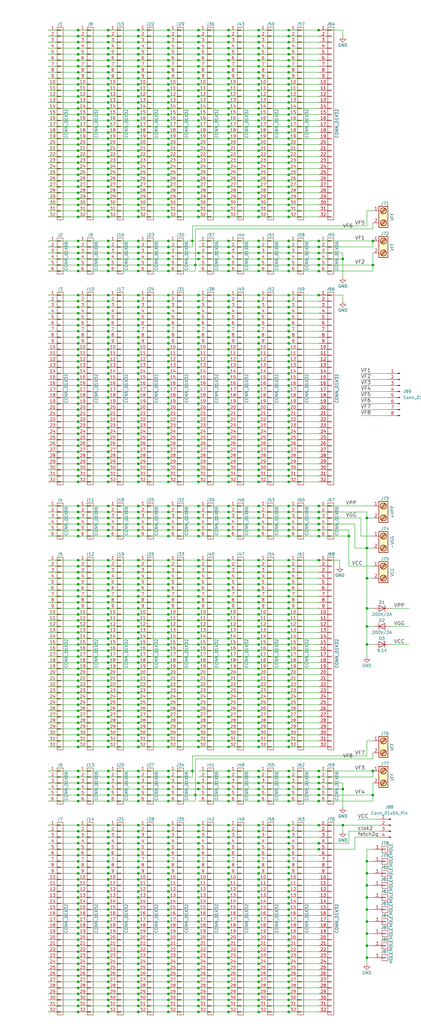
<source format=kicad_sch>
(kicad_sch (version 20230121) (generator eeschema)
  (paper "User" 177.8 431.8)
  (junction (at 33.02 86.36))
  (junction (at 154.94 218.44))
  (junction (at 121.92 45.72))
  (junction (at 96.52 129.54))
  (junction (at 83.82 76.2))
  (junction (at 71.12 198.12))
  (junction (at 71.12 383.54))
  (junction (at 83.82 378.46))
  (junction (at 71.12 307.34))
  (junction (at 121.92 170.18))
  (junction (at 58.42 22.86))
  (junction (at 96.52 170.18))
  (junction (at 71.12 142.24))
  (junction (at 71.12 190.5))
  (junction (at 109.22 213.36))
  (junction (at 58.42 86.36))
  (junction (at 71.12 177.8))
  (junction (at 109.22 40.64))
  (junction (at 121.92 71.12))
  (junction (at 45.72 154.94))
  (junction (at 96.52 332.74))
  (junction (at 58.42 55.88))
  (junction (at 96.52 297.18))
  (junction (at 33.02 241.3))
  (junction (at 58.42 53.34))
  (junction (at 71.12 406.4))
  (junction (at 121.92 40.64))
  (junction (at 33.02 58.42))
  (junction (at 121.92 55.88))
  (junction (at 83.82 264.16))
  (junction (at 58.42 358.14))
  (junction (at 96.52 251.46))
  (junction (at 71.12 284.48))
  (junction (at 58.42 63.5))
  (junction (at 96.52 53.34))
  (junction (at 71.12 137.16))
  (junction (at 134.62 218.44))
  (junction (at 96.52 88.9))
  (junction (at 58.42 363.22))
  (junction (at 109.22 355.6))
  (junction (at 96.52 101.6))
  (junction (at 58.42 312.42))
  (junction (at 109.22 129.54))
  (junction (at 33.02 386.08))
  (junction (at 109.22 38.1))
  (junction (at 45.72 22.86))
  (junction (at 33.02 43.18))
  (junction (at 71.12 332.74))
  (junction (at 58.42 226.06))
  (junction (at 96.52 180.34))
  (junction (at 71.12 302.26))
  (junction (at 121.92 43.18))
  (junction (at 134.62 358.14))
  (junction (at 96.52 144.78))
  (junction (at 83.82 190.5))
  (junction (at 109.22 312.42))
  (junction (at 58.42 403.86))
  (junction (at 121.92 426.72))
  (junction (at 109.22 360.68))
  (junction (at 58.42 370.84))
  (junction (at 83.82 45.72))
  (junction (at 71.12 27.94))
  (junction (at 58.42 83.82))
  (junction (at 96.52 302.26))
  (junction (at 109.22 43.18))
  (junction (at 58.42 157.48))
  (junction (at 45.72 215.9))
  (junction (at 121.92 411.48))
  (junction (at 58.42 302.26))
  (junction (at 83.82 287.02))
  (junction (at 109.22 243.84))
  (junction (at 154.94 378.46))
  (junction (at 33.02 195.58))
  (junction (at 109.22 223.52))
  (junction (at 33.02 25.4))
  (junction (at 109.22 393.7))
  (junction (at 109.22 248.92))
  (junction (at 134.62 335.28))
  (junction (at 71.12 246.38))
  (junction (at 58.42 162.56))
  (junction (at 33.02 314.96))
  (junction (at 96.52 152.4))
  (junction (at 33.02 20.32))
  (junction (at 121.92 177.8))
  (junction (at 83.82 12.7))
  (junction (at 83.82 363.22))
  (junction (at 83.82 419.1))
  (junction (at 121.92 292.1))
  (junction (at 109.22 381))
  (junction (at 121.92 327.66))
  (junction (at 109.22 160.02))
  (junction (at 71.12 365.76))
  (junction (at 71.12 411.48))
  (junction (at 96.52 160.02))
  (junction (at 45.72 378.46))
  (junction (at 96.52 396.24))
  (junction (at 109.22 218.44))
  (junction (at 71.12 223.52))
  (junction (at 96.52 114.3))
  (junction (at 33.02 220.98))
  (junction (at 45.72 406.4))
  (junction (at 58.42 327.66))
  (junction (at 134.62 12.7))
  (junction (at 121.92 104.14))
  (junction (at 109.22 287.02))
  (junction (at 33.02 309.88))
  (junction (at 109.22 391.16))
  (junction (at 33.02 299.72))
  (junction (at 45.72 48.26))
  (junction (at 83.82 215.9))
  (junction (at 58.42 165.1))
  (junction (at 134.62 236.22))
  (junction (at 71.12 60.96))
  (junction (at 121.92 124.46))
  (junction (at 71.12 370.84))
  (junction (at 109.22 27.94))
  (junction (at 71.12 144.78))
  (junction (at 121.92 198.12))
  (junction (at 58.42 391.16))
  (junction (at 83.82 109.22))
  (junction (at 154.94 271.78))
  (junction (at 58.42 60.96))
  (junction (at 33.02 304.8))
  (junction (at 45.72 76.2))
  (junction (at 83.82 50.8))
  (junction (at 71.12 393.7))
  (junction (at 45.72 63.5))
  (junction (at 45.72 223.52))
  (junction (at 71.12 20.32))
  (junction (at 58.42 76.2))
  (junction (at 71.12 386.08))
  (junction (at 109.22 137.16))
  (junction (at 134.62 327.66))
  (junction (at 121.92 284.48))
  (junction (at 121.92 241.3))
  (junction (at 96.52 335.28))
  (junction (at 96.52 279.4))
  (junction (at 109.22 251.46))
  (junction (at 58.42 401.32))
  (junction (at 96.52 220.98))
  (junction (at 45.72 332.74))
  (junction (at 71.12 78.74))
  (junction (at 96.52 383.54))
  (junction (at 33.02 347.98))
  (junction (at 58.42 297.18))
  (junction (at 109.22 30.48))
  (junction (at 109.22 375.92))
  (junction (at 33.02 38.1))
  (junction (at 33.02 358.14))
  (junction (at 134.62 109.22))
  (junction (at 121.92 127))
  (junction (at 33.02 45.72))
  (junction (at 33.02 177.8))
  (junction (at 121.92 142.24))
  (junction (at 83.82 25.4))
  (junction (at 71.12 360.68))
  (junction (at 121.92 378.46))
  (junction (at 33.02 137.16))
  (junction (at 109.22 261.62))
  (junction (at 121.92 396.24))
  (junction (at 96.52 190.5))
  (junction (at 33.02 264.16))
  (junction (at 71.12 241.3))
  (junction (at 33.02 109.22))
  (junction (at 71.12 218.44))
  (junction (at 33.02 335.28))
  (junction (at 33.02 353.06))
  (junction (at 71.12 220.98))
  (junction (at 71.12 289.56))
  (junction (at 109.22 279.4))
  (junction (at 121.92 269.24))
  (junction (at 33.02 408.94))
  (junction (at 58.42 167.64))
  (junction (at 71.12 162.56))
  (junction (at 45.72 251.46))
  (junction (at 109.22 378.46))
  (junction (at 33.02 157.48))
  (junction (at 109.22 254))
  (junction (at 33.02 279.4))
  (junction (at 33.02 292.1))
  (junction (at 134.62 124.46))
  (junction (at 83.82 243.84))
  (junction (at 33.02 55.88))
  (junction (at 121.92 182.88))
  (junction (at 58.42 411.48))
  (junction (at 58.42 12.7))
  (junction (at 83.82 38.1))
  (junction (at 45.72 421.64))
  (junction (at 83.82 167.64))
  (junction (at 71.12 193.04))
  (junction (at 71.12 368.3))
  (junction (at 154.94 398.78))
  (junction (at 45.72 337.82))
  (junction (at 71.12 256.54))
  (junction (at 121.92 304.8))
  (junction (at 45.72 261.62))
  (junction (at 33.02 271.78))
  (junction (at 83.82 83.82))
  (junction (at 96.52 58.42))
  (junction (at 109.22 58.42))
  (junction (at 121.92 193.04))
  (junction (at 121.92 134.62))
  (junction (at 45.72 101.6))
  (junction (at 45.72 327.66))
  (junction (at 83.82 17.78))
  (junction (at 45.72 279.4))
  (junction (at 121.92 251.46))
  (junction (at 147.32 226.06))
  (junction (at 45.72 213.36))
  (junction (at 45.72 281.94))
  (junction (at 33.02 274.32))
  (junction (at 96.52 63.5))
  (junction (at 71.12 58.42))
  (junction (at 58.42 66.04))
  (junction (at 58.42 177.8))
  (junction (at 58.42 20.32))
  (junction (at 121.92 330.2))
  (junction (at 83.82 78.74))
  (junction (at 121.92 162.56))
  (junction (at 45.72 408.94))
  (junction (at 121.92 149.86))
  (junction (at 33.02 375.92))
  (junction (at 109.22 91.44))
  (junction (at 96.52 391.16))
  (junction (at 71.12 353.06))
  (junction (at 96.52 355.6))
  (junction (at 45.72 347.98))
  (junction (at 71.12 325.12))
  (junction (at 33.02 66.04))
  (junction (at 83.82 91.44))
  (junction (at 71.12 68.58))
  (junction (at 33.02 76.2))
  (junction (at 71.12 86.36))
  (junction (at 154.94 373.38))
  (junction (at 96.52 12.7))
  (junction (at 45.72 68.58))
  (junction (at 121.92 86.36))
  (junction (at 121.92 259.08))
  (junction (at 83.82 137.16))
  (junction (at 121.92 416.56))
  (junction (at 33.02 307.34))
  (junction (at 58.42 393.7))
  (junction (at 121.92 261.62))
  (junction (at 33.02 393.7))
  (junction (at 71.12 375.92))
  (junction (at 96.52 254))
  (junction (at 45.72 238.76))
  (junction (at 58.42 337.82))
  (junction (at 83.82 246.38))
  (junction (at 58.42 15.24))
  (junction (at 109.22 373.38))
  (junction (at 121.92 200.66))
  (junction (at 121.92 314.96))
  (junction (at 96.52 327.66))
  (junction (at 71.12 355.6))
  (junction (at 33.02 218.44))
  (junction (at 71.12 180.34))
  (junction (at 96.52 375.92))
  (junction (at 83.82 218.44))
  (junction (at 45.72 246.38))
  (junction (at 109.22 274.32))
  (junction (at 58.42 27.94))
  (junction (at 58.42 58.42))
  (junction (at 83.82 58.42))
  (junction (at 121.92 414.02))
  (junction (at 58.42 416.56))
  (junction (at 33.02 129.54))
  (junction (at 58.42 129.54))
  (junction (at 83.82 292.1))
  (junction (at 134.62 101.6))
  (junction (at 83.82 281.94))
  (junction (at 109.22 142.24))
  (junction (at 109.22 419.1))
  (junction (at 33.02 269.24))
  (junction (at 109.22 200.66))
  (junction (at 58.42 388.62))
  (junction (at 58.42 134.62))
  (junction (at 33.02 104.14))
  (junction (at 45.72 314.96))
  (junction (at 33.02 406.4))
  (junction (at 58.42 172.72))
  (junction (at 121.92 386.08))
  (junction (at 58.42 335.28))
  (junction (at 157.48 335.28))
  (junction (at 121.92 81.28))
  (junction (at 58.42 35.56))
  (junction (at 83.82 35.56))
  (junction (at 33.02 203.2))
  (junction (at 83.82 269.24))
  (junction (at 45.72 35.56))
  (junction (at 71.12 416.56))
  (junction (at 58.42 175.26))
  (junction (at 58.42 187.96))
  (junction (at 83.82 142.24))
  (junction (at 121.92 139.7))
  (junction (at 58.42 332.74))
  (junction (at 33.02 223.52))
  (junction (at 121.92 264.16))
  (junction (at 109.22 71.12))
  (junction (at 109.22 147.32))
  (junction (at 45.72 182.88))
  (junction (at 96.52 104.14))
  (junction (at 58.42 88.9))
  (junction (at 96.52 43.18))
  (junction (at 33.02 330.2))
  (junction (at 71.12 299.72))
  (junction (at 45.72 388.62))
  (junction (at 33.02 383.54))
  (junction (at 121.92 353.06))
  (junction (at 33.02 200.66))
  (junction (at 121.92 180.34))
  (junction (at 121.92 160.02))
  (junction (at 71.12 182.88))
  (junction (at 121.92 401.32))
  (junction (at 71.12 154.94))
  (junction (at 96.52 330.2))
  (junction (at 96.52 360.68))
  (junction (at 83.82 60.96))
  (junction (at 58.42 38.1))
  (junction (at 33.02 27.94))
  (junction (at 96.52 30.48))
  (junction (at 121.92 172.72))
  (junction (at 45.72 299.72))
  (junction (at 71.12 88.9))
  (junction (at 96.52 35.56))
  (junction (at 121.92 185.42))
  (junction (at 45.72 393.7))
  (junction (at 45.72 309.88))
  (junction (at 45.72 12.7))
  (junction (at 121.92 347.98))
  (junction (at 96.52 363.22))
  (junction (at 58.42 48.26))
  (junction (at 33.02 22.86))
  (junction (at 71.12 226.06))
  (junction (at 134.62 114.3))
  (junction (at 58.42 248.92))
  (junction (at 83.82 241.3))
  (junction (at 96.52 388.62))
  (junction (at 45.72 43.18))
  (junction (at 96.52 66.04))
  (junction (at 83.82 261.62))
  (junction (at 45.72 137.16))
  (junction (at 45.72 30.48))
  (junction (at 121.92 101.6))
  (junction (at 109.22 203.2))
  (junction (at 71.12 55.88))
  (junction (at 121.92 129.54))
  (junction (at 71.12 170.18))
  (junction (at 33.02 426.72))
  (junction (at 96.52 307.34))
  (junction (at 33.02 421.64))
  (junction (at 71.12 73.66))
  (junction (at 109.22 45.72))
  (junction (at 96.52 284.48))
  (junction (at 71.12 279.4))
  (junction (at 58.42 246.38))
  (junction (at 71.12 391.16))
  (junction (at 109.22 368.3))
  (junction (at 83.82 406.4))
  (junction (at 45.72 350.52))
  (junction (at 83.82 393.7))
  (junction (at 96.52 17.78))
  (junction (at 109.22 220.98))
  (junction (at 71.12 187.96))
  (junction (at 33.02 68.58))
  (junction (at 33.02 411.48))
  (junction (at 96.52 236.22))
  (junction (at 83.82 27.94))
  (junction (at 71.12 248.92))
  (junction (at 109.22 48.26))
  (junction (at 71.12 292.1))
  (junction (at 71.12 314.96))
  (junction (at 134.62 332.74))
  (junction (at 33.02 416.56))
  (junction (at 33.02 190.5))
  (junction (at 83.82 388.62))
  (junction (at 45.72 218.44))
  (junction (at 96.52 48.26))
  (junction (at 45.72 198.12))
  (junction (at 45.72 104.14))
  (junction (at 96.52 414.02))
  (junction (at 83.82 127))
  (junction (at 45.72 248.92))
  (junction (at 71.12 251.46))
  (junction (at 83.82 309.88))
  (junction (at 154.94 403.86))
  (junction (at 45.72 292.1))
  (junction (at 96.52 200.66))
  (junction (at 33.02 53.34))
  (junction (at 58.42 408.94))
  (junction (at 58.42 160.02))
  (junction (at 83.82 198.12))
  (junction (at 109.22 299.72))
  (junction (at 109.22 241.3))
  (junction (at 96.52 60.96))
  (junction (at 121.92 38.1))
  (junction (at 45.72 27.94))
  (junction (at 121.92 76.2))
  (junction (at 109.22 388.62))
  (junction (at 45.72 416.56))
  (junction (at 45.72 269.24))
  (junction (at 83.82 421.64))
  (junction (at 58.42 368.3))
  (junction (at 121.92 73.66))
  (junction (at 58.42 190.5))
  (junction (at 121.92 195.58))
  (junction (at 109.22 86.36))
  (junction (at 121.92 91.44))
  (junction (at 58.42 152.4))
  (junction (at 109.22 106.68))
  (junction (at 71.12 363.22))
  (junction (at 71.12 335.28))
  (junction (at 45.72 142.24))
  (junction (at 58.42 398.78))
  (junction (at 109.22 294.64))
  (junction (at 96.52 314.96))
  (junction (at 121.92 246.38))
  (junction (at 45.72 162.56))
  (junction (at 45.72 66.04))
  (junction (at 45.72 424.18))
  (junction (at 96.52 238.76))
  (junction (at 109.22 353.06))
  (junction (at 33.02 17.78))
  (junction (at 58.42 353.06))
  (junction (at 109.22 269.24))
  (junction (at 45.72 78.74))
  (junction (at 33.02 185.42))
  (junction (at 71.12 43.18))
  (junction (at 33.02 419.1))
  (junction (at 109.22 12.7))
  (junction (at 33.02 134.62))
  (junction (at 58.42 269.24))
  (junction (at 96.52 358.14))
  (junction (at 33.02 248.92))
  (junction (at 96.52 370.84))
  (junction (at 83.82 266.7))
  (junction (at 83.82 55.88))
  (junction (at 109.22 307.34))
  (junction (at 58.42 195.58))
  (junction (at 83.82 360.68))
  (junction (at 96.52 386.08))
  (junction (at 96.52 401.32))
  (junction (at 96.52 368.3))
  (junction (at 58.42 109.22))
  (junction (at 121.92 111.76))
  (junction (at 109.22 195.58))
  (junction (at 96.52 91.44))
  (junction (at 134.62 111.76))
  (junction (at 58.42 45.72))
  (junction (at 58.42 73.66))
  (junction (at 96.52 411.48))
  (junction (at 33.02 398.78))
  (junction (at 45.72 414.02))
  (junction (at 33.02 236.22))
  (junction (at 109.22 162.56))
  (junction (at 33.02 127))
  (junction (at 33.02 175.26))
  (junction (at 45.72 50.8))
  (junction (at 109.22 386.08))
  (junction (at 83.82 175.26))
  (junction (at 96.52 127))
  (junction (at 96.52 241.3))
  (junction (at 109.22 180.34))
  (junction (at 71.12 309.88))
  (junction (at 71.12 17.78))
  (junction (at 58.42 347.98))
  (junction (at 121.92 213.36))
  (junction (at 71.12 408.94))
  (junction (at 33.02 381))
  (junction (at 109.22 88.9))
  (junction (at 121.92 424.18))
  (junction (at 71.12 157.48))
  (junction (at 33.02 40.64))
  (junction (at 45.72 381))
  (junction (at 58.42 40.64))
  (junction (at 33.02 365.76))
  (junction (at 33.02 238.76))
  (junction (at 33.02 424.18))
  (junction (at 157.48 111.76))
  (junction (at 109.22 256.54))
  (junction (at 45.72 15.24))
  (junction (at 109.22 63.5))
  (junction (at 121.92 350.52))
  (junction (at 83.82 408.94))
  (junction (at 154.94 264.16))
  (junction (at 96.52 337.82))
  (junction (at 121.92 281.94))
  (junction (at 83.82 370.84))
  (junction (at 121.92 391.16))
  (junction (at 121.92 381))
  (junction (at 45.72 373.38))
  (junction (at 58.42 350.52))
  (junction (at 71.12 297.18))
  (junction (at 33.02 261.62))
  (junction (at 109.22 309.88))
  (junction (at 83.82 30.48))
  (junction (at 71.12 91.44))
  (junction (at 58.42 215.9))
  (junction (at 109.22 271.78))
  (junction (at 109.22 350.52))
  (junction (at 109.22 73.66))
  (junction (at 121.92 307.34))
  (junction (at 96.52 246.38))
  (junction (at 71.12 109.22))
  (junction (at 33.02 251.46))
  (junction (at 71.12 40.64))
  (junction (at 82.55 335.28))
  (junction (at 134.62 104.14))
  (junction (at 121.92 114.3))
  (junction (at 83.82 383.54))
  (junction (at 109.22 149.86))
  (junction (at 96.52 157.48))
  (junction (at 45.72 383.54))
  (junction (at 121.92 370.84))
  (junction (at 83.82 73.66))
  (junction (at 45.72 177.8))
  (junction (at 121.92 403.86))
  (junction (at 58.42 266.7))
  (junction (at 109.22 246.38))
  (junction (at 109.22 347.98))
  (junction (at 96.52 269.24))
  (junction (at 58.42 381))
  (junction (at 58.42 78.74))
  (junction (at 33.02 414.02))
  (junction (at 71.12 71.12))
  (junction (at 58.42 50.8))
  (junction (at 33.02 337.82))
  (junction (at 96.52 256.54))
  (junction (at 96.52 78.74))
  (junction (at 45.72 60.96))
  (junction (at 33.02 101.6))
  (junction (at 96.52 312.42))
  (junction (at 58.42 355.6))
  (junction (at 109.22 132.08))
  (junction (at 45.72 396.24))
  (junction (at 83.82 15.24))
  (junction (at 121.92 236.22))
  (junction (at 71.12 35.56))
  (junction (at 121.92 254))
  (junction (at 58.42 287.02))
  (junction (at 109.22 325.12))
  (junction (at 121.92 157.48))
  (junction (at 96.52 416.56))
  (junction (at 96.52 73.66))
  (junction (at 58.42 261.62))
  (junction (at 58.42 424.18))
  (junction (at 58.42 218.44))
  (junction (at 71.12 101.6))
  (junction (at 121.92 335.28))
  (junction (at 71.12 261.62))
  (junction (at 45.72 274.32))
  (junction (at 134.62 213.36))
  (junction (at 71.12 66.04))
  (junction (at 109.22 411.48))
  (junction (at 45.72 256.54))
  (junction (at 83.82 177.8))
  (junction (at 96.52 289.56))
  (junction (at 45.72 111.76))
  (junction (at 71.12 414.02))
  (junction (at 71.12 53.34))
  (junction (at 45.72 165.1))
  (junction (at 58.42 396.24))
  (junction (at 83.82 375.92))
  (junction (at 109.22 134.62))
  (junction (at 96.52 218.44))
  (junction (at 109.22 190.5))
  (junction (at 33.02 142.24))
  (junction (at 71.12 134.62))
  (junction (at 121.92 109.22))
  (junction (at 71.12 213.36))
  (junction (at 83.82 203.2))
  (junction (at 71.12 45.72))
  (junction (at 121.92 363.22))
  (junction (at 45.72 284.48))
  (junction (at 33.02 281.94))
  (junction (at 45.72 109.22))
  (junction (at 96.52 406.4))
  (junction (at 33.02 198.12))
  (junction (at 45.72 53.34))
  (junction (at 33.02 111.76))
  (junction (at 134.62 215.9))
  (junction (at 121.92 50.8))
  (junction (at 33.02 355.6))
  (junction (at 121.92 358.14))
  (junction (at 45.72 167.64))
  (junction (at 45.72 287.02))
  (junction (at 58.42 137.16))
  (junction (at 121.92 271.78))
  (junction (at 96.52 139.7))
  (junction (at 96.52 71.12))
  (junction (at 121.92 355.6))
  (junction (at 58.42 264.16))
  (junction (at 83.82 33.02))
  (junction (at 71.12 254))
  (junction (at 45.72 411.48))
  (junction (at 96.52 111.76))
  (junction (at 121.92 360.68))
  (junction (at 45.72 391.16))
  (junction (at 58.42 223.52))
  (junction (at 71.12 327.66))
  (junction (at 83.82 124.46))
  (junction (at 58.42 149.86))
  (junction (at 71.12 200.66))
  (junction (at 45.72 307.34))
  (junction (at 58.42 154.94))
  (junction (at 109.22 111.76))
  (junction (at 96.52 177.8))
  (junction (at 83.82 81.28))
  (junction (at 45.72 129.54))
  (junction (at 121.92 190.5))
  (junction (at 45.72 147.32))
  (junction (at 45.72 139.7))
  (junction (at 45.72 243.84))
  (junction (at 33.02 83.82))
  (junction (at 83.82 414.02))
  (junction (at 96.52 167.64))
  (junction (at 71.12 396.24))
  (junction (at 45.72 40.64))
  (junction (at 81.28 325.12))
  (junction (at 33.02 276.86))
  (junction (at 83.82 299.72))
  (junction (at 33.02 48.26))
  (junction (at 58.42 251.46))
  (junction (at 121.92 220.98))
  (junction (at 83.82 152.4))
  (junction (at 45.72 403.86))
  (junction (at 121.92 132.08))
  (junction (at 109.22 139.7))
  (junction (at 45.72 226.06))
  (junction (at 83.82 307.34))
  (junction (at 45.72 91.44))
  (junction (at 109.22 396.24))
  (junction (at 83.82 274.32))
  (junction (at 96.52 198.12))
  (junction (at 96.52 421.64))
  (junction (at 83.82 162.56))
  (junction (at 58.42 274.32))
  (junction (at 45.72 203.2))
  (junction (at 58.42 243.84))
  (junction (at 58.42 104.14))
  (junction (at 109.22 314.96))
  (junction (at 58.42 180.34))
  (junction (at 83.82 330.2))
  (junction (at 58.42 241.3))
  (junction (at 109.22 50.8))
  (junction (at 96.52 175.26))
  (junction (at 58.42 383.54))
  (junction (at 58.42 71.12))
  (junction (at 58.42 236.22))
  (junction (at 58.42 114.3))
  (junction (at 121.92 147.32))
  (junction (at 58.42 419.1))
  (junction (at 83.82 149.86))
  (junction (at 96.52 45.72))
  (junction (at 83.82 195.58))
  (junction (at 96.52 243.84))
  (junction (at 45.72 132.08))
  (junction (at 134.62 325.12))
  (junction (at 33.02 182.88))
  (junction (at 58.42 307.34))
  (junction (at 71.12 276.86))
  (junction (at 45.72 426.72))
  (junction (at 83.82 88.9))
  (junction (at 33.02 154.94))
  (junction (at 83.82 373.38))
  (junction (at 83.82 416.56))
  (junction (at 121.92 27.94))
  (junction (at 71.12 106.68))
  (junction (at 71.12 294.64))
  (junction (at 33.02 144.78))
  (junction (at 96.52 304.8))
  (junction (at 121.92 375.92))
  (junction (at 109.22 109.22))
  (junction (at 96.52 20.32))
  (junction (at 121.92 238.76))
  (junction (at 83.82 22.86))
  (junction (at 96.52 213.36))
  (junction (at 45.72 325.12))
  (junction (at 58.42 132.08))
  (junction (at 83.82 172.72))
  (junction (at 109.22 264.16))
  (junction (at 71.12 358.14))
  (junction (at 154.94 383.54))
  (junction (at 109.22 35.56))
  (junction (at 121.92 60.96))
  (junction (at 58.42 281.94))
  (junction (at 121.92 408.94))
  (junction (at 71.12 424.18))
  (junction (at 33.02 139.7))
  (junction (at 33.02 114.3))
  (junction (at 45.72 190.5))
  (junction (at 121.92 294.64))
  (junction (at 33.02 403.86))
  (junction (at 71.12 25.4))
  (junction (at 96.52 165.1))
  (junction (at 45.72 330.2))
  (junction (at 58.42 426.72))
  (junction (at 33.02 88.9))
  (junction (at 33.02 50.8))
  (junction (at 109.22 401.32))
  (junction (at 83.82 302.26))
  (junction (at 109.22 259.08))
  (junction (at 58.42 81.28))
  (junction (at 96.52 424.18))
  (junction (at 121.92 223.52))
  (junction (at 83.82 226.06))
  (junction (at 33.02 302.26))
  (junction (at 82.55 111.76))
  (junction (at 83.82 68.58))
  (junction (at 109.22 83.82))
  (junction (at 45.72 297.18))
  (junction (at 96.52 274.32))
  (junction (at 83.82 396.24))
  (junction (at 71.12 172.72))
  (junction (at 96.52 408.94))
  (junction (at 109.22 327.66))
  (junction (at 71.12 330.2))
  (junction (at 83.82 284.48))
  (junction (at 45.72 401.32))
  (junction (at 45.72 134.62))
  (junction (at 109.22 60.96))
  (junction (at 45.72 289.56))
  (junction (at 96.52 81.28))
  (junction (at 121.92 83.82))
  (junction (at 121.92 393.7))
  (junction (at 45.72 419.1))
  (junction (at 45.72 106.68))
  (junction (at 33.02 246.38))
  (junction (at 33.02 81.28))
  (junction (at 83.82 132.08))
  (junction (at 83.82 289.56))
  (junction (at 121.92 337.82))
  (junction (at 109.22 284.48))
  (junction (at 121.92 373.38))
  (junction (at 45.72 386.08))
  (junction (at 83.82 271.78))
  (junction (at 96.52 162.56))
  (junction (at 33.02 147.32))
  (junction (at 121.92 167.64))
  (junction (at 109.22 335.28))
  (junction (at 58.42 314.96))
  (junction (at 83.82 236.22))
  (junction (at 121.92 325.12))
  (junction (at 96.52 381))
  (junction (at 33.02 350.52))
  (junction (at 109.22 424.18))
  (junction (at 71.12 38.1))
  (junction (at 33.02 373.38))
  (junction (at 109.22 33.02))
  (junction (at 121.92 106.68))
  (junction (at 33.02 193.04))
  (junction (at 96.52 248.92))
  (junction (at 96.52 276.86))
  (junction (at 121.92 256.54))
  (junction (at 121.92 406.4))
  (junction (at 83.82 53.34))
  (junction (at 96.52 292.1))
  (junction (at 71.12 264.16))
  (junction (at 109.22 193.04))
  (junction (at 58.42 193.04))
  (junction (at 96.52 124.46))
  (junction (at 83.82 251.46))
  (junction (at 109.22 215.9))
  (junction (at 109.22 17.78))
  (junction (at 45.72 360.68))
  (junction (at 71.12 81.28))
  (junction (at 83.82 353.06))
  (junction (at 71.12 238.76))
  (junction (at 96.52 86.36))
  (junction (at 83.82 411.48))
  (junction (at 96.52 419.1))
  (junction (at 58.42 238.76))
  (junction (at 134.62 223.52))
  (junction (at 71.12 160.02))
  (junction (at 83.82 48.26))
  (junction (at 33.02 213.36))
  (junction (at 83.82 403.86))
  (junction (at 121.92 35.56))
  (junction (at 109.22 124.46))
  (junction (at 121.92 175.26))
  (junction (at 121.92 274.32))
  (junction (at 33.02 78.74))
  (junction (at 83.82 259.08))
  (junction (at 45.72 71.12))
  (junction (at 109.22 416.56))
  (junction (at 33.02 132.08))
  (junction (at 134.62 330.2))
  (junction (at 121.92 187.96))
  (junction (at 58.42 30.48))
  (junction (at 71.12 139.7))
  (junction (at 121.92 58.42))
  (junction (at 45.72 172.72))
  (junction (at 58.42 292.1))
  (junction (at 96.52 76.2))
  (junction (at 121.92 154.94))
  (junction (at 71.12 15.24))
  (junction (at 71.12 388.62))
  (junction (at 109.22 292.1))
  (junction (at 96.52 393.7))
  (junction (at 121.92 266.7))
  (junction (at 33.02 332.74))
  (junction (at 71.12 185.42))
  (junction (at 45.72 312.42))
  (junction (at 58.42 365.76))
  (junction (at 45.72 185.42))
  (junction (at 33.02 124.46))
  (junction (at 121.92 365.76))
  (junction (at 33.02 91.44))
  (junction (at 121.92 388.62))
  (junction (at 71.12 114.3))
  (junction (at 96.52 50.8))
  (junction (at 121.92 22.86))
  (junction (at 109.22 337.82))
  (junction (at 121.92 66.04))
  (junction (at 71.12 378.46))
  (junction (at 58.42 375.92))
  (junction (at 154.94 363.22))
  (junction (at 58.42 17.78))
  (junction (at 58.42 271.78))
  (junction (at 45.72 304.8))
  (junction (at 33.02 370.84))
  (junction (at 33.02 165.1))
  (junction (at 109.22 363.22))
  (junction (at 83.82 381))
  (junction (at 33.02 266.7))
  (junction (at 83.82 358.14))
  (junction (at 83.82 63.5))
  (junction (at 45.72 114.3))
  (junction (at 58.42 25.4))
  (junction (at 121.92 243.84))
  (junction (at 71.12 373.38))
  (junction (at 45.72 302.26))
  (junction (at 83.82 368.3))
  (junction (at 109.22 398.78))
  (junction (at 71.12 63.5))
  (junction (at 33.02 180.34))
  (junction (at 45.72 160.02))
  (junction (at 45.72 200.66))
  (junction (at 45.72 170.18))
  (junction (at 71.12 259.08))
  (junction (at 96.52 134.62))
  (junction (at 96.52 27.94))
  (junction (at 71.12 287.02))
  (junction (at 71.12 419.1))
  (junction (at 96.52 287.02))
  (junction (at 58.42 106.68))
  (junction (at 109.22 182.88))
  (junction (at 96.52 294.64))
  (junction (at 58.42 198.12))
  (junction (at 45.72 55.88))
  (junction (at 121.92 279.4))
  (junction (at 154.94 231.14))
  (junction (at 83.82 279.4))
  (junction (at 71.12 421.64))
  (junction (at 45.72 25.4))
  (junction (at 121.92 368.3))
  (junction (at 45.72 195.58))
  (junction (at 109.22 25.4))
  (junction (at 83.82 350.52))
  (junction (at 71.12 398.78))
  (junction (at 83.82 238.76))
  (junction (at 33.02 254))
  (junction (at 71.12 50.8))
  (junction (at 83.82 256.54))
  (junction (at 58.42 101.6))
  (junction (at 134.62 220.98))
  (junction (at 109.22 172.72))
  (junction (at 58.42 147.32))
  (junction (at 58.42 43.18))
  (junction (at 96.52 309.88))
  (junction (at 33.02 149.86))
  (junction (at 121.92 421.64))
  (junction (at 71.12 149.86))
  (junction (at 83.82 106.68))
  (junction (at 109.22 266.7))
  (junction (at 134.62 226.06))
  (junction (at 58.42 259.08))
  (junction (at 71.12 271.78))
  (junction (at 71.12 401.32))
  (junction (at 83.82 147.32))
  (junction (at 154.94 393.7))
  (junction (at 96.52 147.32))
  (junction (at 121.92 53.34))
  (junction (at 96.52 106.68))
  (junction (at 45.72 335.28))
  (junction (at 58.42 386.08))
  (junction (at 83.82 220.98))
  (junction (at 96.52 142.24))
  (junction (at 121.92 137.16))
  (junction (at 71.12 236.22))
  (junction (at 109.22 175.26))
  (junction (at 58.42 111.76))
  (junction (at 96.52 38.1))
  (junction (at 58.42 256.54))
  (junction (at 58.42 406.4))
  (junction (at 96.52 259.08))
  (junction (at 71.12 124.46))
  (junction (at 96.52 203.2))
  (junction (at 83.82 193.04))
  (junction (at 71.12 269.24))
  (junction (at 45.72 355.6))
  (junction (at 83.82 391.16))
  (junction (at 109.22 281.94))
  (junction (at 96.52 68.58))
  (junction (at 71.12 129.54))
  (junction (at 71.12 266.7))
  (junction (at 109.22 238.76))
  (junction (at 71.12 274.32))
  (junction (at 96.52 223.52))
  (junction (at 96.52 365.76))
  (junction (at 96.52 83.82))
  (junction (at 45.72 266.7))
  (junction (at 109.22 406.4))
  (junction (at 45.72 358.14))
  (junction (at 83.82 223.52))
  (junction (at 121.92 78.74))
  (junction (at 71.12 152.4))
  (junction (at 45.72 193.04))
  (junction (at 83.82 134.62))
  (junction (at 83.82 66.04))
  (junction (at 71.12 350.52))
  (junction (at 71.12 127))
  (junction (at 121.92 248.92))
  (junction (at 96.52 33.02))
  (junction (at 71.12 165.1))
  (junction (at 83.82 386.08))
  (junction (at 83.82 139.7))
  (junction (at 109.22 78.74))
  (junction (at 109.22 297.18))
  (junction (at 71.12 111.76))
  (junction (at 58.42 299.72))
  (junction (at 45.72 17.78))
  (junction (at 33.02 106.68))
  (junction (at 45.72 83.82))
  (junction (at 45.72 398.78))
  (junction (at 71.12 132.08))
  (junction (at 83.82 401.32))
  (junction (at 96.52 215.9))
  (junction (at 121.92 203.2))
  (junction (at 109.22 370.84))
  (junction (at 71.12 337.82))
  (junction (at 134.62 106.68))
  (junction (at 109.22 304.8))
  (junction (at 83.82 213.36))
  (junction (at 45.72 220.98))
  (junction (at 45.72 33.02))
  (junction (at 45.72 127))
  (junction (at 109.22 426.72))
  (junction (at 58.42 68.58))
  (junction (at 45.72 88.9))
  (junction (at 58.42 170.18))
  (junction (at 45.72 73.66))
  (junction (at 83.82 182.88))
  (junction (at 109.22 365.76))
  (junction (at 109.22 154.94))
  (junction (at 109.22 403.86))
  (junction (at 109.22 332.74))
  (junction (at 96.52 137.16))
  (junction (at 96.52 193.04))
  (junction (at 154.94 256.54))
  (junction (at 71.12 33.02))
  (junction (at 83.82 154.94))
  (junction (at 109.22 421.64))
  (junction (at 33.02 73.66))
  (junction (at 45.72 271.78))
  (junction (at 121.92 144.78))
  (junction (at 96.52 403.86))
  (junction (at 71.12 347.98))
  (junction (at 45.72 365.76))
  (junction (at 33.02 30.48))
  (junction (at 83.82 43.18))
  (junction (at 109.22 127))
  (junction (at 96.52 40.64))
  (junction (at 83.82 294.64))
  (junction (at 96.52 281.94))
  (junction (at 121.92 302.26))
  (junction (at 109.22 15.24))
  (junction (at 33.02 162.56))
  (junction (at 45.72 124.46))
  (junction (at 71.12 83.82))
  (junction (at 45.72 180.34))
  (junction (at 121.92 68.58))
  (junction (at 33.02 226.06))
  (junction (at 134.62 337.82))
  (junction (at 33.02 215.9))
  (junction (at 33.02 71.12))
  (junction (at 144.78 109.22))
  (junction (at 71.12 104.14))
  (junction (at 109.22 114.3))
  (junction (at 96.52 185.42))
  (junction (at 109.22 20.32))
  (junction (at 83.82 144.78))
  (junction (at 71.12 76.2))
  (junction (at 96.52 182.88))
  (junction (at 109.22 81.28))
  (junction (at 121.92 12.7))
  (junction (at 71.12 281.94))
  (junction (at 83.82 304.8))
  (junction (at 83.82 187.96))
  (junction (at 83.82 170.18))
  (junction (at 71.12 147.32))
  (junction (at 45.72 45.72))
  (junction (at 121.92 398.78))
  (junction (at 96.52 353.06))
  (junction (at 96.52 154.94))
  (junction (at 58.42 360.68))
  (junction (at 33.02 327.66))
  (junction (at 121.92 25.4))
  (junction (at 109.22 53.34))
  (junction (at 157.48 101.6))
  (junction (at 121.92 226.06))
  (junction (at 45.72 259.08))
  (junction (at 58.42 325.12))
  (junction (at 58.42 127))
  (junction (at 33.02 297.18))
  (junction (at 144.78 332.74))
  (junction (at 96.52 22.86))
  (junction (at 109.22 187.96))
  (junction (at 96.52 15.24))
  (junction (at 109.22 104.14))
  (junction (at 83.82 365.76))
  (junction (at 58.42 294.64))
  (junction (at 109.22 165.1))
  (junction (at 33.02 35.56))
  (junction (at 96.52 347.98))
  (junction (at 83.82 355.6))
  (junction (at 83.82 71.12))
  (junction (at 83.82 297.18))
  (junction (at 33.02 160.02))
  (junction (at 33.02 284.48))
  (junction (at 109.22 198.12))
  (junction (at 45.72 236.22))
  (junction (at 134.62 355.6))
  (junction (at 96.52 261.62))
  (junction (at 71.12 12.7))
  (junction (at 96.52 325.12))
  (junction (at 83.82 254))
  (junction (at 58.42 421.64))
  (junction (at 45.72 353.06))
  (junction (at 121.92 297.18))
  (junction (at 83.82 248.92))
  (junction (at 121.92 332.74))
  (junction (at 96.52 55.88))
  (junction (at 96.52 271.78))
  (junction (at 109.22 330.2))
  (junction (at 45.72 157.48))
  (junction (at 109.22 302.26))
  (junction (at 58.42 203.2))
  (junction (at 121.92 299.72))
  (junction (at 33.02 243.84))
  (junction (at 45.72 175.26))
  (junction (at 33.02 33.02))
  (junction (at 58.42 373.38))
  (junction (at 83.82 165.1))
  (junction (at 109.22 101.6))
  (junction (at 83.82 200.66))
  (junction (at 96.52 172.72))
  (junction (at 45.72 86.36))
  (junction (at 109.22 144.78))
  (junction (at 58.42 182.88))
  (junction (at 121.92 63.5))
  (junction (at 58.42 284.48))
  (junction (at 71.12 426.72))
  (junction (at 121.92 48.26))
  (junction (at 45.72 241.3))
  (junction (at 109.22 167.64))
  (junction (at 96.52 398.78))
  (junction (at 33.02 187.96))
  (junction (at 45.72 20.32))
  (junction (at 121.92 30.48))
  (junction (at 45.72 38.1))
  (junction (at 96.52 187.96))
  (junction (at 33.02 152.4))
  (junction (at 71.12 175.26))
  (junction (at 121.92 419.1))
  (junction (at 121.92 383.54))
  (junction (at 33.02 259.08))
  (junction (at 58.42 142.24))
  (junction (at 45.72 368.3))
  (junction (at 71.12 243.84))
  (junction (at 96.52 426.72))
  (junction (at 144.78 347.98))
  (junction (at 109.22 185.42))
  (junction (at 109.22 68.58))
  (junction (at 154.94 243.84))
  (junction (at 58.42 185.42))
  (junction (at 83.82 185.42))
  (junction (at 71.12 312.42))
  (junction (at 109.22 170.18))
  (junction (at 83.82 332.74))
  (junction (at 83.82 276.86))
  (junction (at 33.02 60.96))
  (junction (at 96.52 299.72))
  (junction (at 109.22 22.86))
  (junction (at 45.72 370.84))
  (junction (at 45.72 264.16))
  (junction (at 121.92 276.86))
  (junction (at 71.12 167.64))
  (junction (at 109.22 383.54))
  (junction (at 58.42 309.88))
  (junction (at 33.02 325.12))
  (junction (at 83.82 312.42))
  (junction (at 45.72 81.28))
  (junction (at 109.22 177.8))
  (junction (at 58.42 254))
  (junction (at 33.02 294.64))
  (junction (at 33.02 15.24))
  (junction (at 45.72 187.96))
  (junction (at 33.02 378.46))
  (junction (at 45.72 375.92))
  (junction (at 83.82 180.34))
  (junction (at 71.12 215.9))
  (junction (at 83.82 347.98))
  (junction (at 71.12 304.8))
  (junction (at 33.02 287.02))
  (junction (at 96.52 373.38))
  (junction (at 33.02 368.3))
  (junction (at 83.82 129.54))
  (junction (at 109.22 226.06))
  (junction (at 58.42 91.44))
  (junction (at 109.22 157.48))
  (junction (at 96.52 109.22))
  (junction (at 109.22 414.02))
  (junction (at 33.02 170.18))
  (junction (at 71.12 381))
  (junction (at 109.22 276.86))
  (junction (at 58.42 279.4))
  (junction (at 96.52 226.06))
  (junction (at 96.52 25.4))
  (junction (at 45.72 152.4))
  (junction (at 96.52 266.7))
  (junction (at 58.42 220.98))
  (junction (at 109.22 408.94))
  (junction (at 121.92 165.1))
  (junction (at 33.02 396.24))
  (junction (at 71.12 30.48))
  (junction (at 83.82 398.78))
  (junction (at 33.02 312.42))
  (junction (at 71.12 195.58))
  (junction (at 71.12 203.2))
  (junction (at 83.82 157.48))
  (junction (at 96.52 132.08))
  (junction (at 33.02 391.16))
  (junction (at 96.52 350.52))
  (junction (at 33.02 289.56))
  (junction (at 96.52 195.58))
  (junction (at 83.82 424.18))
  (junction (at 154.94 368.3))
  (junction (at 121.92 88.9))
  (junction (at 83.82 160.02))
  (junction (at 33.02 401.32))
  (junction (at 71.12 22.86))
  (junction (at 33.02 388.62))
  (junction (at 71.12 48.26))
  (junction (at 45.72 276.86))
  (junction (at 134.62 347.98))
  (junction (at 109.22 152.4))
  (junction (at 45.72 254))
  (junction (at 121.92 218.44))
  (junction (at 45.72 294.64))
  (junction (at 109.22 358.14))
  (junction (at 58.42 330.2))
  (junction (at 33.02 167.64))
  (junction (at 58.42 33.02))
  (junction (at 33.02 12.7))
  (junction (at 121.92 289.56))
  (junction (at 154.94 388.62))
  (junction (at 45.72 363.22))
  (junction (at 58.42 378.46))
  (junction (at 58.42 414.02))
  (junction (at 58.42 289.56))
  (junction (at 33.02 360.68))
  (junction (at 109.22 55.88))
  (junction (at 45.72 58.42))
  (junction (at 58.42 139.7))
  (junction (at 83.82 40.64))
  (junction (at 71.12 403.86))
  (junction (at 58.42 304.8))
  (junction (at 121.92 20.32))
  (junction (at 33.02 63.5))
  (junction (at 121.92 287.02))
  (junction (at 109.22 66.04))
  (junction (at 81.28 101.6))
  (junction (at 58.42 213.36))
  (junction (at 109.22 289.56))
  (junction (at 33.02 363.22))
  (junction (at 45.72 144.78))
  (junction (at 83.82 20.32))
  (junction (at 96.52 149.86))
  (junction (at 83.82 426.72))
  (junction (at 58.42 276.86))
  (junction (at 96.52 264.16))
  (junction (at 58.42 144.78))
  (junction (at 45.72 149.86))
  (junction (at 58.42 124.46))
  (junction (at 121.92 15.24))
  (junction (at 58.42 200.66))
  (junction (at 121.92 312.42))
  (junction (at 109.22 76.2))
  (junction (at 121.92 309.88))
  (junction (at 157.48 325.12))
  (junction (at 33.02 256.54))
  (junction (at 121.92 33.02))
  (junction (at 121.92 152.4))
  (junction (at 33.02 172.72))
  (junction (at 96.52 378.46))
  (junction (at 83.82 86.36))
  (junction (at 83.82 314.96))
  (junction (at 121.92 17.78))
  (junction (at 109.22 236.22))
  (junction (at 121.92 215.9))
  (wire (pts (xy 71.12 368.3) (xy 83.82 368.3)))
  (wire (pts (xy 121.92 177.8) (xy 134.62 177.8)))
  (wire (pts (xy 83.82 353.06) (xy 96.52 353.06)))
  (wire (pts (xy 58.42 45.72) (xy 71.12 45.72)))
  (wire (pts (xy 109.22 88.9) (xy 121.92 88.9)))
  (wire (pts (xy 121.92 383.54) (xy 134.62 383.54)))
  (wire (pts (xy 45.72 330.2) (xy 58.42 330.2)))
  (wire (pts (xy 96.52 111.76) (xy 109.22 111.76)))
  (wire (pts (xy 96.52 149.86) (xy 109.22 149.86)))
  (wire (pts (xy 71.12 360.68) (xy 83.82 360.68)))
  (wire (pts (xy 71.12 297.18) (xy 83.82 297.18)))
  (wire (pts (xy 71.12 213.36) (xy 83.82 213.36)))
  (wire (pts (xy 83.82 416.56) (xy 96.52 416.56)))
  (wire (pts (xy 154.94 231.14) (xy 154.94 243.84)))
  (wire (pts (xy 109.22 132.08) (xy 121.92 132.08)))
  (wire (pts (xy 71.12 190.5) (xy 83.82 190.5)))
  (wire (pts (xy 20.32 137.16) (xy 33.02 137.16)))
  (wire (pts (xy 121.92 83.82) (xy 134.62 83.82)))
  (wire (pts (xy 71.12 104.14) (xy 58.42 104.14)))
  (wire (pts (xy 33.02 185.42) (xy 45.72 185.42)))
  (wire (pts (xy 33.02 137.16) (xy 45.72 137.16)))
  (wire (pts (xy 45.72 276.86) (xy 58.42 276.86)))
  (wire (pts (xy 83.82 187.96) (xy 96.52 187.96)))
  (wire (pts (xy 20.32 281.94) (xy 33.02 281.94)))
  (wire (pts (xy 83.82 50.8) (xy 96.52 50.8)))
  (wire (pts (xy 83.82 335.28) (xy 96.52 335.28)))
  (wire (pts (xy 147.32 350.52) (xy 147.32 355.6)))
  (wire (pts (xy 83.82 269.24) (xy 96.52 269.24)))
  (wire (pts (xy 83.82 284.48) (xy 96.52 284.48)))
  (wire (pts (xy 58.42 177.8) (xy 71.12 177.8)))
  (wire (pts (xy 96.52 58.42) (xy 109.22 58.42)))
  (wire (pts (xy 33.02 269.24) (xy 45.72 269.24)))
  (wire (pts (xy 82.55 114.3) (xy 71.12 114.3)))
  (wire (pts (xy 82.55 111.76) (xy 82.55 114.3)))
  (wire (pts (xy 81.28 318.77) (xy 81.28 325.12)))
  (wire (pts (xy 33.02 144.78) (xy 45.72 144.78)))
  (wire (pts (xy 134.62 335.28) (xy 157.48 335.28)))
  (wire (pts (xy 71.12 170.18) (xy 83.82 170.18)))
  (wire (pts (xy 20.32 302.26) (xy 33.02 302.26)))
  (wire (pts (xy 109.22 396.24) (xy 121.92 396.24)))
  (wire (pts (xy 20.32 180.34) (xy 33.02 180.34)))
  (wire (pts (xy 71.12 88.9) (xy 83.82 88.9)))
  (wire (pts (xy 20.32 129.54) (xy 33.02 129.54)))
  (wire (pts (xy 121.92 355.6) (xy 134.62 355.6)))
  (wire (pts (xy 33.02 40.64) (xy 45.72 40.64)))
  (wire (pts (xy 45.72 88.9) (xy 58.42 88.9)))
  (wire (pts (xy 58.42 353.06) (xy 71.12 353.06)))
  (wire (pts (xy 109.22 411.48) (xy 121.92 411.48)))
  (wire (pts (xy 20.32 83.82) (xy 33.02 83.82)))
  (wire (pts (xy 83.82 309.88) (xy 96.52 309.88)))
  (wire (pts (xy 71.12 68.58) (xy 83.82 68.58)))
  (wire (pts (xy 121.92 147.32) (xy 134.62 147.32)))
  (wire (pts (xy 20.32 398.78) (xy 33.02 398.78)))
  (wire (pts (xy 33.02 76.2) (xy 45.72 76.2)))
  (wire (pts (xy 45.72 172.72) (xy 58.42 172.72)))
  (wire (pts (xy 20.32 261.62) (xy 33.02 261.62)))
  (wire (pts (xy 157.48 330.2) (xy 157.48 335.28)))
  (wire (pts (xy 20.32 78.74) (xy 33.02 78.74)))
  (wire (pts (xy 45.72 106.68) (xy 58.42 106.68)))
  (wire (pts (xy 109.22 375.92) (xy 121.92 375.92)))
  (wire (pts (xy 109.22 365.76) (xy 121.92 365.76)))
  (wire (pts (xy 33.02 284.48) (xy 45.72 284.48)))
  (wire (pts (xy 20.32 55.88) (xy 33.02 55.88)))
  (wire (pts (xy 71.12 327.66) (xy 58.42 327.66)))
  (wire (pts (xy 96.52 88.9) (xy 109.22 88.9)))
  (wire (pts (xy 165.1 271.78) (xy 172.72 271.78)))
  (wire (pts (xy 58.42 271.78) (xy 71.12 271.78)))
  (wire (pts (xy 83.82 190.5) (xy 96.52 190.5)))
  (wire (pts (xy 83.82 238.76) (xy 96.52 238.76)))
  (wire (pts (xy 20.32 43.18) (xy 33.02 43.18)))
  (wire (pts (xy 81.28 104.14) (xy 71.12 104.14)))
  (wire (pts (xy 109.22 160.02) (xy 121.92 160.02)))
  (wire (pts (xy 83.82 132.08) (xy 96.52 132.08)))
  (wire (pts (xy 71.12 386.08) (xy 83.82 386.08)))
  (wire (pts (xy 58.42 104.14) (xy 45.72 104.14)))
  (wire (pts (xy 96.52 86.36) (xy 109.22 86.36)))
  (wire (pts (xy 83.82 355.6) (xy 96.52 355.6)))
  (wire (pts (xy 134.62 332.74) (xy 144.78 332.74)))
  (wire (pts (xy 45.72 127) (xy 58.42 127)))
  (wire (pts (xy 20.32 363.22) (xy 33.02 363.22)))
  (wire (pts (xy 83.82 12.7) (xy 96.52 12.7)))
  (wire (pts (xy 33.02 165.1) (xy 45.72 165.1)))
  (wire (pts (xy 33.02 355.6) (xy 45.72 355.6)))
  (wire (pts (xy 121.92 281.94) (xy 134.62 281.94)))
  (wire (pts (xy 152.4 167.64) (xy 163.83 167.64)))
  (wire (pts (xy 109.22 27.94) (xy 121.92 27.94)))
  (wire (pts (xy 20.32 198.12) (xy 33.02 198.12)))
  (wire (pts (xy 58.42 254) (xy 71.12 254)))
  (wire (pts (xy 33.02 43.18) (xy 45.72 43.18)))
  (wire (pts (xy 58.42 403.86) (xy 71.12 403.86)))
  (wire (pts (xy 83.82 154.94) (xy 96.52 154.94)))
  (wire (pts (xy 96.52 307.34) (xy 109.22 307.34)))
  (wire (pts (xy 83.82 17.78) (xy 96.52 17.78)))
  (wire (pts (xy 96.52 294.64) (xy 109.22 294.64)))
  (wire (pts (xy 96.52 68.58) (xy 109.22 68.58)))
  (wire (pts (xy 109.22 246.38) (xy 121.92 246.38)))
  (wire (pts (xy 58.42 426.72) (xy 71.12 426.72)))
  (wire (pts (xy 154.94 388.62) (xy 154.94 393.7)))
  (wire (pts (xy 96.52 314.96) (xy 109.22 314.96)))
  (wire (pts (xy 20.32 127) (xy 33.02 127)))
  (wire (pts (xy 109.22 190.5) (xy 121.92 190.5)))
  (wire (pts (xy 96.52 180.34) (xy 109.22 180.34)))
  (wire (pts (xy 121.92 35.56) (xy 134.62 35.56)))
  (wire (pts (xy 144.78 332.74) (xy 144.78 340.36)))
  (wire (pts (xy 45.72 152.4) (xy 58.42 152.4)))
  (wire (pts (xy 45.72 83.82) (xy 58.42 83.82)))
  (wire (pts (xy 20.32 101.6) (xy 33.02 101.6)))
  (wire (pts (xy 96.52 261.62) (xy 109.22 261.62)))
  (wire (pts (xy 121.92 101.6) (xy 134.62 101.6)))
  (wire (pts (xy 82.55 320.04) (xy 82.55 335.28)))
  (wire (pts (xy 33.02 238.76) (xy 45.72 238.76)))
  (wire (pts (xy 58.42 411.48) (xy 71.12 411.48)))
  (wire (pts (xy 71.12 299.72) (xy 83.82 299.72)))
  (wire (pts (xy 20.32 220.98) (xy 33.02 220.98)))
  (wire (pts (xy 71.12 187.96) (xy 83.82 187.96)))
  (wire (pts (xy 121.92 160.02) (xy 134.62 160.02)))
  (wire (pts (xy 109.22 71.12) (xy 121.92 71.12)))
  (wire (pts (xy 121.92 127) (xy 134.62 127)))
  (wire (pts (xy 58.42 162.56) (xy 71.12 162.56)))
  (wire (pts (xy 121.92 375.92) (xy 134.62 375.92)))
  (wire (pts (xy 96.52 193.04) (xy 109.22 193.04)))
  (wire (pts (xy 20.32 271.78) (xy 33.02 271.78)))
  (wire (pts (xy 109.22 66.04) (xy 121.92 66.04)))
  (wire (pts (xy 83.82 106.68) (xy 96.52 106.68)))
  (wire (pts (xy 121.92 88.9) (xy 134.62 88.9)))
  (wire (pts (xy 45.72 139.7) (xy 58.42 139.7)))
  (wire (pts (xy 45.72 104.14) (xy 33.02 104.14)))
  (wire (pts (xy 121.92 289.56) (xy 134.62 289.56)))
  (wire (pts (xy 45.72 424.18) (xy 58.42 424.18)))
  (wire (pts (xy 109.22 15.24) (xy 121.92 15.24)))
  (wire (pts (xy 71.12 309.88) (xy 83.82 309.88)))
  (wire (pts (xy 58.42 332.74) (xy 71.12 332.74)))
  (wire (pts (xy 58.42 241.3) (xy 71.12 241.3)))
  (wire (pts (xy 33.02 157.48) (xy 45.72 157.48)))
  (wire (pts (xy 83.82 325.12) (xy 96.52 325.12)))
  (wire (pts (xy 157.48 368.3) (xy 154.94 368.3)))
  (wire (pts (xy 33.02 378.46) (xy 45.72 378.46)))
  (wire (pts (xy 45.72 363.22) (xy 58.42 363.22)))
  (wire (pts (xy 33.02 358.14) (xy 45.72 358.14)))
  (wire (pts (xy 109.22 248.92) (xy 121.92 248.92)))
  (wire (pts (xy 96.52 132.08) (xy 109.22 132.08)))
  (wire (pts (xy 121.92 243.84) (xy 134.62 243.84)))
  (wire (pts (xy 96.52 368.3) (xy 109.22 368.3)))
  (wire (pts (xy 96.52 248.92) (xy 109.22 248.92)))
  (wire (pts (xy 20.32 381) (xy 33.02 381)))
  (wire (pts (xy 33.02 373.38) (xy 45.72 373.38)))
  (wire (pts (xy 45.72 297.18) (xy 58.42 297.18)))
  (wire (pts (xy 45.72 325.12) (xy 58.42 325.12)))
  (wire (pts (xy 20.32 223.52) (xy 33.02 223.52)))
  (wire (pts (xy 58.42 35.56) (xy 71.12 35.56)))
  (wire (pts (xy 96.52 381) (xy 109.22 381)))
  (wire (pts (xy 71.12 243.84) (xy 83.82 243.84)))
  (wire (pts (xy 58.42 309.88) (xy 71.12 309.88)))
  (wire (pts (xy 71.12 157.48) (xy 83.82 157.48)))
  (wire (pts (xy 121.92 414.02) (xy 134.62 414.02)))
  (wire (pts (xy 71.12 162.56) (xy 83.82 162.56)))
  (wire (pts (xy 45.72 81.28) (xy 58.42 81.28)))
  (wire (pts (xy 121.92 157.48) (xy 134.62 157.48)))
  (wire (pts (xy 33.02 314.96) (xy 45.72 314.96)))
  (wire (pts (xy 144.78 330.2) (xy 144.78 332.74)))
  (wire (pts (xy 96.52 243.84) (xy 109.22 243.84)))
  (wire (pts (xy 147.32 226.06) (xy 147.32 238.76)))
  (wire (pts (xy 20.32 241.3) (xy 33.02 241.3)))
  (wire (pts (xy 71.12 106.68) (xy 83.82 106.68)))
  (wire (pts (xy 45.72 20.32) (xy 58.42 20.32)))
  (wire (pts (xy 83.82 73.66) (xy 96.52 73.66)))
  (wire (pts (xy 71.12 139.7) (xy 83.82 139.7)))
  (wire (pts (xy 33.02 243.84) (xy 45.72 243.84)))
  (wire (pts (xy 45.72 279.4) (xy 58.42 279.4)))
  (wire (pts (xy 58.42 421.64) (xy 71.12 421.64)))
  (wire (pts (xy 33.02 347.98) (xy 45.72 347.98)))
  (wire (pts (xy 45.72 124.46) (xy 58.42 124.46)))
  (wire (pts (xy 83.82 388.62) (xy 96.52 388.62)))
  (wire (pts (xy 20.32 332.74) (xy 33.02 332.74)))
  (wire (pts (xy 71.12 259.08) (xy 83.82 259.08)))
  (wire (pts (xy 45.72 149.86) (xy 58.42 149.86)))
  (wire (pts (xy 45.72 375.92) (xy 58.42 375.92)))
  (wire (pts (xy 45.72 101.6) (xy 58.42 101.6)))
  (wire (pts (xy 157.48 373.38) (xy 154.94 373.38)))
  (wire (pts (xy 83.82 25.4) (xy 96.52 25.4)))
  (wire (pts (xy 58.42 111.76) (xy 71.12 111.76)))
  (wire (pts (xy 109.22 419.1) (xy 121.92 419.1)))
  (wire (pts (xy 121.92 373.38) (xy 134.62 373.38)))
  (wire (pts (xy 58.42 149.86) (xy 71.12 149.86)))
  (wire (pts (xy 109.22 256.54) (xy 121.92 256.54)))
  (wire (pts (xy 83.82 162.56) (xy 96.52 162.56)))
  (wire (pts (xy 58.42 358.14) (xy 71.12 358.14)))
  (wire (pts (xy 20.32 12.7) (xy 33.02 12.7)))
  (wire (pts (xy 157.48 88.9) (xy 154.94 88.9)))
  (wire (pts (xy 20.32 314.96) (xy 33.02 314.96)))
  (wire (pts (xy 58.42 393.7) (xy 71.12 393.7)))
  (wire (pts (xy 20.32 139.7) (xy 33.02 139.7)))
  (wire (pts (xy 83.82 58.42) (xy 96.52 58.42)))
  (wire (pts (xy 20.32 266.7) (xy 33.02 266.7)))
  (wire (pts (xy 83.82 251.46) (xy 96.52 251.46)))
  (wire (pts (xy 96.52 220.98) (xy 109.22 220.98)))
  (wire (pts (xy 152.4 157.48) (xy 163.83 157.48)))
  (wire (pts (xy 33.02 304.8) (xy 45.72 304.8)))
  (wire (pts (xy 45.72 251.46) (xy 58.42 251.46)))
  (wire (pts (xy 121.92 114.3) (xy 109.22 114.3)))
  (wire (pts (xy 45.72 154.94) (xy 58.42 154.94)))
  (wire (pts (xy 121.92 226.06) (xy 134.62 226.06)))
  (wire (pts (xy 109.22 393.7) (xy 121.92 393.7)))
  (wire (pts (xy 154.94 358.14) (xy 157.48 358.14)))
  (wire (pts (xy 96.52 50.8) (xy 109.22 50.8)))
  (wire (pts (xy 58.42 292.1) (xy 71.12 292.1)))
  (wire (pts (xy 71.12 347.98) (xy 83.82 347.98)))
  (wire (pts (xy 71.12 30.48) (xy 83.82 30.48)))
  (wire (pts (xy 58.42 12.7) (xy 71.12 12.7)))
  (wire (pts (xy 109.22 137.16) (xy 121.92 137.16)))
  (wire (pts (xy 144.78 12.7) (xy 144.78 15.24)))
  (wire (pts (xy 83.82 55.88) (xy 96.52 55.88)))
  (wire (pts (xy 121.92 368.3) (xy 134.62 368.3)))
  (wire (pts (xy 71.12 114.3) (xy 58.42 114.3)))
  (wire (pts (xy 121.92 408.94) (xy 134.62 408.94)))
  (wire (pts (xy 81.28 318.77) (xy 154.94 318.77)))
  (wire (pts (xy 109.22 154.94) (xy 121.92 154.94)))
  (wire (pts (xy 96.52 335.28) (xy 109.22 335.28)))
  (wire (pts (xy 45.72 414.02) (xy 58.42 414.02)))
  (wire (pts (xy 71.12 312.42) (xy 83.82 312.42)))
  (wire (pts (xy 58.42 83.82) (xy 71.12 83.82)))
  (wire (pts (xy 45.72 12.7) (xy 58.42 12.7)))
  (wire (pts (xy 96.52 55.88) (xy 109.22 55.88)))
  (wire (pts (xy 134.62 213.36) (xy 157.48 213.36)))
  (wire (pts (xy 109.22 60.96) (xy 121.92 60.96)))
  (wire (pts (xy 20.32 53.34) (xy 33.02 53.34)))
  (wire (pts (xy 83.82 124.46) (xy 96.52 124.46)))
  (wire (pts (xy 45.72 281.94) (xy 58.42 281.94)))
  (wire (pts (xy 20.32 360.68) (xy 33.02 360.68)))
  (wire (pts (xy 20.32 274.32) (xy 33.02 274.32)))
  (wire (pts (xy 33.02 182.88) (xy 45.72 182.88)))
  (wire (pts (xy 83.82 279.4) (xy 96.52 279.4)))
  (wire (pts (xy 109.22 149.86) (xy 121.92 149.86)))
  (wire (pts (xy 134.62 226.06) (xy 147.32 226.06)))
  (wire (pts (xy 45.72 76.2) (xy 58.42 76.2)))
  (wire (pts (xy 121.92 78.74) (xy 134.62 78.74)))
  (wire (pts (xy 45.72 332.74) (xy 58.42 332.74)))
  (wire (pts (xy 83.82 193.04) (xy 96.52 193.04)))
  (wire (pts (xy 96.52 246.38) (xy 109.22 246.38)))
  (wire (pts (xy 82.55 96.52) (xy 82.55 111.76)))
  (wire (pts (xy 20.32 30.48) (xy 33.02 30.48)))
  (wire (pts (xy 71.12 55.88) (xy 83.82 55.88)))
  (wire (pts (xy 109.22 30.48) (xy 121.92 30.48)))
  (wire (pts (xy 96.52 198.12) (xy 109.22 198.12)))
  (wire (pts (xy 71.12 172.72) (xy 83.82 172.72)))
  (wire (pts (xy 71.12 353.06) (xy 83.82 353.06)))
  (wire (pts (xy 121.92 391.16) (xy 134.62 391.16)))
  (wire (pts (xy 96.52 200.66) (xy 109.22 200.66)))
  (wire (pts (xy 96.52 276.86) (xy 109.22 276.86)))
  (wire (pts (xy 20.32 246.38) (xy 33.02 246.38)))
  (wire (pts (xy 154.94 218.44) (xy 157.48 218.44)))
  (wire (pts (xy 121.92 309.88) (xy 134.62 309.88)))
  (wire (pts (xy 33.02 276.86) (xy 45.72 276.86)))
  (wire (pts (xy 83.82 347.98) (xy 96.52 347.98)))
  (wire (pts (xy 20.32 419.1) (xy 33.02 419.1)))
  (wire (pts (xy 109.22 218.44) (xy 121.92 218.44)))
  (wire (pts (xy 96.52 48.26) (xy 109.22 48.26)))
  (wire (pts (xy 109.22 287.02) (xy 121.92 287.02)))
  (wire (pts (xy 45.72 157.48) (xy 58.42 157.48)))
  (wire (pts (xy 33.02 370.84) (xy 45.72 370.84)))
  (wire (pts (xy 121.92 63.5) (xy 134.62 63.5)))
  (wire (pts (xy 71.12 276.86) (xy 83.82 276.86)))
  (wire (pts (xy 58.42 251.46) (xy 71.12 251.46)))
  (wire (pts (xy 33.02 195.58) (xy 45.72 195.58)))
  (wire (pts (xy 33.02 368.3) (xy 45.72 368.3)))
  (wire (pts (xy 45.72 292.1) (xy 58.42 292.1)))
  (wire (pts (xy 71.12 142.24) (xy 83.82 142.24)))
  (wire (pts (xy 83.82 396.24) (xy 96.52 396.24)))
  (wire (pts (xy 96.52 238.76) (xy 109.22 238.76)))
  (wire (pts (xy 109.22 106.68) (xy 121.92 106.68)))
  (wire (pts (xy 121.92 386.08) (xy 134.62 386.08)))
  (wire (pts (xy 109.22 383.54) (xy 121.92 383.54)))
  (wire (pts (xy 96.52 137.16) (xy 109.22 137.16)))
  (wire (pts (xy 71.12 378.46) (xy 83.82 378.46)))
  (wire (pts (xy 121.92 20.32) (xy 134.62 20.32)))
  (wire (pts (xy 154.94 231.14) (xy 157.48 231.14)))
  (wire (pts (xy 121.92 398.78) (xy 134.62 398.78)))
  (wire (pts (xy 58.42 124.46) (xy 71.12 124.46)))
  (wire (pts (xy 71.12 393.7) (xy 83.82 393.7)))
  (wire (pts (xy 45.72 307.34) (xy 58.42 307.34)))
  (wire (pts (xy 58.42 20.32) (xy 71.12 20.32)))
  (wire (pts (xy 58.42 193.04) (xy 71.12 193.04)))
  (wire (pts (xy 71.12 330.2) (xy 83.82 330.2)))
  (wire (pts (xy 121.92 137.16) (xy 134.62 137.16)))
  (wire (pts (xy 157.48 96.52) (xy 157.48 93.98)))
  (wire (pts (xy 58.42 198.12) (xy 71.12 198.12)))
  (wire (pts (xy 20.32 393.7) (xy 33.02 393.7)))
  (wire (pts (xy 165.1 256.54) (xy 172.72 256.54)))
  (wire (pts (xy 71.12 289.56) (xy 83.82 289.56)))
  (wire (pts (xy 71.12 91.44) (xy 83.82 91.44)))
  (wire (pts (xy 71.12 408.94) (xy 83.82 408.94)))
  (wire (pts (xy 109.22 307.34) (xy 121.92 307.34)))
  (wire (pts (xy 45.72 203.2) (xy 58.42 203.2)))
  (wire (pts (xy 121.92 170.18) (xy 134.62 170.18)))
  (wire (pts (xy 58.42 48.26) (xy 71.12 48.26)))
  (wire (pts (xy 71.12 40.64) (xy 83.82 40.64)))
  (wire (pts (xy 83.82 63.5) (xy 96.52 63.5)))
  (wire (pts (xy 121.92 327.66) (xy 134.62 327.66)))
  (wire (pts (xy 147.32 223.52) (xy 147.32 226.06)))
  (wire (pts (xy 109.22 381) (xy 121.92 381)))
  (wire (pts (xy 71.12 223.52) (xy 83.82 223.52)))
  (wire (pts (xy 121.92 271.78) (xy 134.62 271.78)))
  (wire (pts (xy 109.22 332.74) (xy 121.92 332.74)))
  (wire (pts (xy 58.42 88.9) (xy 71.12 88.9)))
  (wire (pts (xy 45.72 30.48) (xy 58.42 30.48)))
  (wire (pts (xy 71.12 58.42) (xy 83.82 58.42)))
  (wire (pts (xy 45.72 91.44) (xy 58.42 91.44)))
  (wire (pts (xy 154.94 243.84) (xy 154.94 256.54)))
  (wire (pts (xy 20.32 200.66) (xy 33.02 200.66)))
  (wire (pts (xy 20.32 193.04) (xy 33.02 193.04)))
  (wire (pts (xy 96.52 269.24) (xy 109.22 269.24)))
  (wire (pts (xy 121.92 50.8) (xy 134.62 50.8)))
  (wire (pts (xy 33.02 12.7) (xy 45.72 12.7)))
  (wire (pts (xy 58.42 17.78) (xy 71.12 17.78)))
  (wire (pts (xy 154.94 378.46) (xy 154.94 383.54)))
  (wire (pts (xy 149.86 353.06) (xy 160.02 353.06)))
  (wire (pts (xy 20.32 106.68) (xy 33.02 106.68)))
  (wire (pts (xy 83.82 360.68) (xy 96.52 360.68)))
  (wire (pts (xy 83.82 403.86) (xy 96.52 403.86)))
  (wire (pts (xy 109.22 424.18) (xy 121.92 424.18)))
  (wire (pts (xy 144.78 347.98) (xy 160.02 347.98)))
  (wire (pts (xy 71.12 325.12) (xy 81.28 325.12)))
  (wire (pts (xy 45.72 147.32) (xy 58.42 147.32)))
  (wire (pts (xy 45.72 40.64) (xy 58.42 40.64)))
  (wire (pts (xy 96.52 172.72) (xy 109.22 172.72)))
  (wire (pts (xy 83.82 378.46) (xy 96.52 378.46)))
  (wire (pts (xy 121.92 180.34) (xy 134.62 180.34)))
  (wire (pts (xy 109.22 43.18) (xy 121.92 43.18)))
  (wire (pts (xy 58.42 368.3) (xy 71.12 368.3)))
  (wire (pts (xy 45.72 403.86) (xy 58.42 403.86)))
  (wire (pts (xy 33.02 419.1) (xy 45.72 419.1)))
  (wire (pts (xy 109.22 20.32) (xy 121.92 20.32)))
  (wire (pts (xy 121.92 187.96) (xy 134.62 187.96)))
  (wire (pts (xy 33.02 162.56) (xy 45.72 162.56)))
  (wire (pts (xy 109.22 193.04) (xy 121.92 193.04)))
  (wire (pts (xy 20.32 391.16) (xy 33.02 391.16)))
  (wire (pts (xy 157.48 320.04) (xy 157.48 317.5)))
  (wire (pts (xy 96.52 177.8) (xy 109.22 177.8)))
  (wire (pts (xy 45.72 27.94) (xy 58.42 27.94)))
  (wire (pts (xy 58.42 185.42) (xy 71.12 185.42)))
  (wire (pts (xy 71.12 12.7) (xy 83.82 12.7)))
  (wire (pts (xy 45.72 271.78) (xy 58.42 271.78)))
  (wire (pts (xy 20.32 58.42) (xy 33.02 58.42)))
  (wire (pts (xy 83.82 398.78) (xy 96.52 398.78)))
  (wire (pts (xy 83.82 327.66) (xy 96.52 327.66)))
  (wire (pts (xy 33.02 279.4) (xy 45.72 279.4)))
  (wire (pts (xy 71.12 15.24) (xy 83.82 15.24)))
  (wire (pts (xy 157.48 363.22) (xy 154.94 363.22)))
  (wire (pts (xy 96.52 281.94) (xy 109.22 281.94)))
  (wire (pts (xy 71.12 391.16) (xy 83.82 391.16)))
  (wire (pts (xy 109.22 12.7) (xy 121.92 12.7)))
  (wire (pts (xy 20.32 289.56) (xy 33.02 289.56)))
  (wire (pts (xy 121.92 149.86) (xy 134.62 149.86)))
  (wire (pts (xy 154.94 363.22) (xy 154.94 368.3)))
  (wire (pts (xy 96.52 203.2) (xy 109.22 203.2)))
  (wire (pts (xy 58.42 190.5) (xy 71.12 190.5)))
  (wire (pts (xy 71.12 220.98) (xy 83.82 220.98)))
  (wire (pts (xy 83.82 35.56) (xy 96.52 35.56)))
  (wire (pts (xy 58.42 81.28) (xy 71.12 81.28)))
  (wire (pts (xy 96.52 218.44) (xy 109.22 218.44)))
  (wire (pts (xy 33.02 66.04) (xy 45.72 66.04)))
  (wire (pts (xy 96.52 139.7) (xy 109.22 139.7)))
  (wire (pts (xy 58.42 396.24) (xy 71.12 396.24)))
  (wire (pts (xy 96.52 388.62) (xy 109.22 388.62)))
  (wire (pts (xy 71.12 152.4) (xy 83.82 152.4)))
  (wire (pts (xy 121.92 81.28) (xy 134.62 81.28)))
  (wire (pts (xy 71.12 83.82) (xy 83.82 83.82)))
  (wire (pts (xy 58.42 22.86) (xy 71.12 22.86)))
  (wire (pts (xy 157.48 226.06) (xy 152.4 226.06)))
  (wire (pts (xy 20.32 297.18) (xy 33.02 297.18)))
  (wire (pts (xy 20.32 190.5) (xy 33.02 190.5)))
  (wire (pts (xy 83.82 76.2) (xy 96.52 76.2)))
  (wire (pts (xy 33.02 152.4) (xy 45.72 152.4)))
  (wire (pts (xy 109.22 309.88) (xy 121.92 309.88)))
  (wire (pts (xy 33.02 55.88) (xy 45.72 55.88)))
  (wire (pts (xy 109.22 360.68) (xy 121.92 360.68)))
  (wire (pts (xy 109.22 172.72) (xy 121.92 172.72)))
  (wire (pts (xy 33.02 398.78) (xy 45.72 398.78)))
  (wire (pts (xy 58.42 388.62) (xy 71.12 388.62)))
  (wire (pts (xy 83.82 307.34) (xy 96.52 307.34)))
  (wire (pts (xy 121.92 299.72) (xy 134.62 299.72)))
  (wire (pts (xy 58.42 180.34) (xy 71.12 180.34)))
  (wire (pts (xy 83.82 165.1) (xy 96.52 165.1)))
  (wire (pts (xy 45.72 218.44) (xy 58.42 218.44)))
  (wire (pts (xy 96.52 33.02) (xy 109.22 33.02)))
  (wire (pts (xy 71.12 20.32) (xy 83.82 20.32)))
  (wire (pts (xy 109.22 139.7) (xy 121.92 139.7)))
  (wire (pts (xy 33.02 365.76) (xy 45.72 365.76)))
  (wire (pts (xy 20.32 157.48) (xy 33.02 157.48)))
  (wire (pts (xy 83.82 259.08) (xy 96.52 259.08)))
  (wire (pts (xy 33.02 259.08) (xy 45.72 259.08)))
  (wire (pts (xy 58.42 226.06) (xy 71.12 226.06)))
  (wire (pts (xy 71.12 266.7) (xy 83.82 266.7)))
  (wire (pts (xy 58.42 68.58) (xy 71.12 68.58)))
  (wire (pts (xy 83.82 78.74) (xy 96.52 78.74)))
  (wire (pts (xy 121.92 12.7) (xy 134.62 12.7)))
  (wire (pts (xy 83.82 297.18) (xy 96.52 297.18)))
  (wire (pts (xy 58.42 30.48) (xy 71.12 30.48)))
  (wire (pts (xy 121.92 48.26) (xy 134.62 48.26)))
  (wire (pts (xy 134.62 106.68) (xy 144.78 106.68)))
  (wire (pts (xy 58.42 281.94) (xy 71.12 281.94)))
  (wire (pts (xy 45.72 195.58) (xy 58.42 195.58)))
  (wire (pts (xy 58.42 40.64) (xy 71.12 40.64)))
  (wire (pts (xy 45.72 86.36) (xy 58.42 86.36)))
  (wire (pts (xy 20.32 299.72) (xy 33.02 299.72)))
  (wire (pts (xy 109.22 363.22) (xy 121.92 363.22)))
  (wire (pts (xy 96.52 241.3) (xy 109.22 241.3)))
  (wire (pts (xy 96.52 411.48) (xy 109.22 411.48)))
  (wire (pts (xy 83.82 152.4) (xy 96.52 152.4)))
  (wire (pts (xy 33.02 175.26) (xy 45.72 175.26)))
  (wire (pts (xy 157.48 403.86) (xy 154.94 403.86)))
  (wire (pts (xy 20.32 269.24) (xy 33.02 269.24)))
  (wire (pts (xy 96.52 398.78) (xy 109.22 398.78)))
  (wire (pts (xy 83.82 198.12) (xy 96.52 198.12)))
  (wire (pts (xy 33.02 127) (xy 45.72 127)))
  (wire (pts (xy 152.4 170.18) (xy 163.83 170.18)))
  (wire (pts (xy 58.42 304.8) (xy 71.12 304.8)))
  (wire (pts (xy 71.12 358.14) (xy 83.82 358.14)))
  (wire (pts (xy 121.92 43.18) (xy 134.62 43.18)))
  (wire (pts (xy 147.32 350.52) (xy 160.02 350.52)))
  (wire (pts (xy 58.42 243.84) (xy 71.12 243.84)))
  (wire (pts (xy 71.12 160.02) (xy 83.82 160.02)))
  (wire (pts (xy 109.22 144.78) (xy 121.92 144.78)))
  (wire (pts (xy 71.12 269.24) (xy 83.82 269.24)))
  (wire (pts (xy 121.92 363.22) (xy 134.62 363.22)))
  (wire (pts (xy 58.42 127) (xy 71.12 127)))
  (wire (pts (xy 121.92 91.44) (xy 134.62 91.44)))
  (wire (pts (xy 154.94 88.9) (xy 154.94 95.25)))
  (wire (pts (xy 96.52 373.38) (xy 109.22 373.38)))
  (wire (pts (xy 45.72 223.52) (xy 58.42 223.52)))
  (wire (pts (xy 33.02 297.18) (xy 45.72 297.18)))
  (wire (pts (xy 71.12 307.34) (xy 83.82 307.34)))
  (wire (pts (xy 33.02 246.38) (xy 45.72 246.38)))
  (wire (pts (xy 83.82 373.38) (xy 96.52 373.38)))
  (wire (pts (xy 33.02 353.06) (xy 45.72 353.06)))
  (wire (pts (xy 58.42 38.1) (xy 71.12 38.1)))
  (wire (pts (xy 58.42 139.7) (xy 71.12 139.7)))
  (wire (pts (xy 45.72 38.1) (xy 58.42 38.1)))
  (wire (pts (xy 20.32 347.98) (xy 33.02 347.98)))
  (wire (pts (xy 33.02 68.58) (xy 45.72 68.58)))
  (wire (pts (xy 71.12 363.22) (xy 83.82 363.22)))
  (wire (pts (xy 109.22 426.72) (xy 121.92 426.72)))
  (wire (pts (xy 33.02 20.32) (xy 45.72 20.32)))
  (wire (pts (xy 20.32 38.1) (xy 33.02 38.1)))
  (wire (pts (xy 71.12 154.94) (xy 83.82 154.94)))
  (wire (pts (xy 33.02 50.8) (xy 45.72 50.8)))
  (wire (pts (xy 58.42 398.78) (xy 71.12 398.78)))
  (wire (pts (xy 33.02 307.34) (xy 45.72 307.34)))
  (wire (pts (xy 154.94 256.54) (xy 154.94 264.16)))
  (wire (pts (xy 83.82 393.7) (xy 96.52 393.7)))
  (wire (pts (xy 96.52 66.04) (xy 109.22 66.04)))
  (wire (pts (xy 154.94 218.44) (xy 154.94 231.14)))
  (wire (pts (xy 58.42 213.36) (xy 71.12 213.36)))
  (wire (pts (xy 33.02 45.72) (xy 45.72 45.72)))
  (wire (pts (xy 83.82 66.04) (xy 96.52 66.04)))
  (wire (pts (xy 58.42 373.38) (xy 71.12 373.38)))
  (wire (pts (xy 33.02 35.56) (xy 45.72 35.56)))
  (wire (pts (xy 121.92 142.24) (xy 134.62 142.24)))
  (wire (pts (xy 96.52 304.8) (xy 109.22 304.8)))
  (wire (pts (xy 109.22 408.94) (xy 121.92 408.94)))
  (wire (pts (xy 83.82 256.54) (xy 96.52 256.54)))
  (wire (pts (xy 45.72 373.38) (xy 58.42 373.38)))
  (wire (pts (xy 20.32 27.94) (xy 33.02 27.94)))
  (wire (pts (xy 58.42 416.56) (xy 71.12 416.56)))
  (wire (pts (xy 109.22 187.96) (xy 121.92 187.96)))
  (wire (pts (xy 96.52 406.4) (xy 109.22 406.4)))
  (wire (pts (xy 45.72 254) (xy 58.42 254)))
  (wire (pts (xy 109.22 213.36) (xy 121.92 213.36)))
  (wire (pts (xy 96.52 271.78) (xy 109.22 271.78)))
  (wire (pts (xy 121.92 106.68) (xy 134.62 106.68)))
  (wire (pts (xy 20.32 187.96) (xy 33.02 187.96)))
  (wire (pts (xy 45.72 246.38) (xy 58.42 246.38)))
  (wire (pts (xy 83.82 71.12) (xy 96.52 71.12)))
  (wire (pts (xy 83.82 109.22) (xy 96.52 109.22)))
  (wire (pts (xy 45.72 48.26) (xy 58.42 48.26)))
  (wire (pts (xy 121.92 347.98) (xy 134.62 347.98)))
  (wire (pts (xy 45.72 406.4) (xy 58.42 406.4)))
  (wire (pts (xy 58.42 91.44) (xy 71.12 91.44)))
  (wire (pts (xy 83.82 223.52) (xy 96.52 223.52)))
  (wire (pts (xy 20.32 86.36) (xy 33.02 86.36)))
  (wire (pts (xy 58.42 238.76) (xy 71.12 238.76)))
  (wire (pts (xy 152.4 175.26) (xy 163.83 175.26)))
  (wire (pts (xy 20.32 66.04) (xy 33.02 66.04)))
  (wire (pts (xy 121.92 264.16) (xy 134.62 264.16)))
  (wire (pts (xy 121.92 58.42) (xy 134.62 58.42)))
  (wire (pts (xy 45.72 421.64) (xy 58.42 421.64)))
  (wire (pts (xy 96.52 129.54) (xy 109.22 129.54)))
  (wire (pts (xy 45.72 388.62) (xy 58.42 388.62)))
  (wire (pts (xy 58.42 325.12) (xy 71.12 325.12)))
  (wire (pts (xy 20.32 248.92) (xy 33.02 248.92)))
  (wire (pts (xy 109.22 355.6) (xy 121.92 355.6)))
  (wire (pts (xy 96.52 414.02) (xy 109.22 414.02)))
  (wire (pts (xy 33.02 91.44) (xy 45.72 91.44)))
  (wire (pts (xy 71.12 271.78) (xy 83.82 271.78)))
  (wire (pts (xy 121.92 73.66) (xy 134.62 73.66)))
  (wire (pts (xy 20.32 325.12) (xy 33.02 325.12)))
  (wire (pts (xy 33.02 111.76) (xy 45.72 111.76)))
  (wire (pts (xy 96.52 363.22) (xy 109.22 363.22)))
  (wire (pts (xy 58.42 160.02) (xy 71.12 160.02)))
  (wire (pts (xy 33.02 139.7) (xy 45.72 139.7)))
  (wire (pts (xy 96.52 378.46) (xy 109.22 378.46)))
  (wire (pts (xy 71.12 350.52) (xy 83.82 350.52)))
  (wire (pts (xy 33.02 71.12) (xy 45.72 71.12)))
  (wire (pts (xy 33.02 424.18) (xy 45.72 424.18)))
  (wire (pts (xy 33.02 266.7) (xy 45.72 266.7)))
  (wire (pts (xy 71.12 35.56) (xy 83.82 35.56)))
  (wire (pts (xy 109.22 269.24) (xy 121.92 269.24)))
  (wire (pts (xy 83.82 401.32) (xy 96.52 401.32)))
  (wire (pts (xy 45.72 180.34) (xy 58.42 180.34)))
  (wire (pts (xy 109.22 147.32) (xy 121.92 147.32)))
  (wire (pts (xy 20.32 401.32) (xy 33.02 401.32)))
  (wire (pts (xy 33.02 274.32) (xy 45.72 274.32)))
  (wire (pts (xy 121.92 38.1) (xy 134.62 38.1)))
  (wire (pts (xy 45.72 287.02) (xy 58.42 287.02)))
  (wire (pts (xy 58.42 175.26) (xy 71.12 175.26)))
  (wire (pts (xy 58.42 157.48) (xy 71.12 157.48)))
  (wire (pts (xy 71.12 165.1) (xy 83.82 165.1)))
  (wire (pts (xy 109.22 238.76) (xy 121.92 238.76)))
  (wire (pts (xy 58.42 391.16) (xy 71.12 391.16)))
  (wire (pts (xy 71.12 86.36) (xy 83.82 86.36)))
  (wire (pts (xy 121.92 294.64) (xy 134.62 294.64)))
  (wire (pts (xy 20.32 213.36) (xy 33.02 213.36)))
  (wire (pts (xy 33.02 330.2) (xy 45.72 330.2)))
  (wire (pts (xy 157.48 378.46) (xy 154.94 378.46)))
  (wire (pts (xy 33.02 287.02) (xy 45.72 287.02)))
  (wire (pts (xy 33.02 193.04) (xy 45.72 193.04)))
  (wire (pts (xy 20.32 142.24) (xy 33.02 142.24)))
  (wire (pts (xy 83.82 195.58) (xy 96.52 195.58)))
  (wire (pts (xy 58.42 266.7) (xy 71.12 266.7)))
  (wire (pts (xy 109.22 175.26) (xy 121.92 175.26)))
  (wire (pts (xy 96.52 424.18) (xy 109.22 424.18)))
  (wire (pts (xy 121.92 256.54) (xy 134.62 256.54)))
  (wire (pts (xy 58.42 264.16) (xy 71.12 264.16)))
  (wire (pts (xy 45.72 416.56) (xy 58.42 416.56)))
  (wire (pts (xy 96.52 165.1) (xy 109.22 165.1)))
  (wire (pts (xy 71.12 111.76) (xy 82.55 111.76)))
  (wire (pts (xy 96.52 91.44) (xy 109.22 91.44)))
  (wire (pts (xy 45.72 170.18) (xy 58.42 170.18)))
  (wire (pts (xy 134.62 355.6) (xy 147.32 355.6)))
  (wire (pts (xy 121.92 388.62) (xy 134.62 388.62)))
  (wire (pts (xy 96.52 215.9) (xy 109.22 215.9)))
  (wire (pts (xy 45.72 114.3) (xy 33.02 114.3)))
  (wire (pts (xy 83.82 358.14) (xy 96.52 358.14)))
  (wire (pts (xy 83.82 177.8) (xy 96.52 177.8)))
  (wire (pts (xy 58.42 419.1) (xy 71.12 419.1)))
  (wire (pts (xy 83.82 144.78) (xy 96.52 144.78)))
  (wire (pts (xy 33.02 215.9) (xy 45.72 215.9)))
  (wire (pts (xy 33.02 167.64) (xy 45.72 167.64)))
  (wire (pts (xy 83.82 38.1) (xy 96.52 38.1)))
  (wire (pts (xy 58.42 386.08) (xy 71.12 386.08)))
  (wire (pts (xy 20.32 22.86) (xy 33.02 22.86)))
  (wire (pts (xy 121.92 195.58) (xy 134.62 195.58)))
  (wire (pts (xy 45.72 284.48) (xy 58.42 284.48)))
  (wire (pts (xy 33.02 63.5) (xy 45.72 63.5)))
  (wire (pts (xy 109.22 226.06) (xy 121.92 226.06)))
  (wire (pts (xy 20.32 60.96) (xy 33.02 60.96)))
  (wire (pts (xy 20.32 294.64) (xy 33.02 294.64)))
  (wire (pts (xy 71.12 129.54) (xy 83.82 129.54)))
  (wire (pts (xy 71.12 411.48) (xy 83.82 411.48)))
  (wire (pts (xy 83.82 215.9) (xy 96.52 215.9)))
  (wire (pts (xy 45.72 200.66) (xy 58.42 200.66)))
  (wire (pts (xy 109.22 114.3) (xy 96.52 114.3)))
  (wire (pts (xy 71.12 71.12) (xy 83.82 71.12)))
  (wire (pts (xy 71.12 167.64) (xy 83.82 167.64)))
  (wire (pts (xy 109.22 35.56) (xy 121.92 35.56)))
  (wire (pts (xy 58.42 269.24) (xy 71.12 269.24)))
  (wire (pts (xy 71.12 76.2) (xy 83.82 76.2)))
  (wire (pts (xy 71.12 66.04) (xy 83.82 66.04)))
  (wire (pts (xy 82.55 96.52) (xy 157.48 96.52)))
  (wire (pts (xy 20.32 215.9) (xy 33.02 215.9)))
  (wire (pts (xy 144.78 347.98) (xy 144.78 350.52)))
  (wire (pts (xy 96.52 213.36) (xy 109.22 213.36)))
  (wire (pts (xy 96.52 337.82) (xy 83.82 337.82)))
  (wire (pts (xy 58.42 274.32) (xy 71.12 274.32)))
  (wire (pts (xy 121.92 269.24) (xy 134.62 269.24)))
  (wire (pts (xy 45.72 289.56) (xy 58.42 289.56)))
  (wire (pts (xy 71.12 147.32) (xy 83.82 147.32)))
  (wire (pts (xy 33.02 248.92) (xy 45.72 248.92)))
  (wire (pts (xy 45.72 137.16) (xy 58.42 137.16)))
  (wire (pts (xy 71.12 419.1) (xy 83.82 419.1)))
  (wire (pts (xy 71.12 22.86) (xy 83.82 22.86)))
  (wire (pts (xy 58.42 132.08) (xy 71.12 132.08)))
  (wire (pts (xy 96.52 408.94) (xy 109.22 408.94)))
  (wire (pts (xy 71.12 381) (xy 83.82 381)))
  (wire (pts (xy 82.55 335.28) (xy 82.55 337.82)))
  (wire (pts (xy 96.52 190.5) (xy 109.22 190.5)))
  (wire (pts (xy 45.72 144.78) (xy 58.42 144.78)))
  (wire (pts (xy 33.02 180.34) (xy 45.72 180.34)))
  (wire (pts (xy 71.12 198.12) (xy 83.82 198.12)))
  (wire (pts (xy 83.82 299.72) (xy 96.52 299.72)))
  (wire (pts (xy 96.52 391.16) (xy 109.22 391.16)))
  (wire (pts (xy 121.92 132.08) (xy 134.62 132.08)))
  (wire (pts (xy 58.42 50.8) (xy 71.12 50.8)))
  (wire (pts (xy 71.12 60.96) (xy 83.82 60.96)))
  (wire (pts (xy 83.82 426.72) (xy 96.52 426.72)))
  (wire (pts (xy 109.22 50.8) (xy 121.92 50.8)))
  (wire (pts (xy 33.02 86.36) (xy 45.72 86.36)))
  (wire (pts (xy 83.82 137.16) (xy 96.52 137.16)))
  (wire (pts (xy 33.02 104.14) (xy 20.32 104.14)))
  (wire (pts (xy 83.82 149.86) (xy 96.52 149.86)))
  (wire (pts (xy 58.42 152.4) (xy 71.12 152.4)))
  (wire (pts (xy 45.72 25.4) (xy 58.42 25.4)))
  (wire (pts (xy 71.12 175.26) (xy 83.82 175.26)))
  (wire (pts (xy 149.86 353.06) (xy 149.86 358.14)))
  (wire (pts (xy 45.72 213.36) (xy 58.42 213.36)))
  (wire (pts (xy 121.92 312.42) (xy 134.62 312.42)))
  (wire (pts (xy 121.92 27.94) (xy 134.62 27.94)))
  (wire (pts (xy 109.22 266.7) (xy 121.92 266.7)))
  (wire (pts (xy 121.92 162.56) (xy 134.62 162.56)))
  (wire (pts (xy 33.02 363.22) (xy 45.72 363.22)))
  (wire (pts (xy 152.4 172.72) (xy 163.83 172.72)))
  (wire (pts (xy 71.12 421.64) (xy 83.82 421.64)))
  (wire (pts (xy 96.52 38.1) (xy 109.22 38.1)))
  (wire (pts (xy 144.78 109.22) (xy 144.78 116.84)))
  (wire (pts (xy 45.72 73.66) (xy 58.42 73.66)))
  (wire (pts (xy 58.42 307.34) (xy 71.12 307.34)))
  (wire (pts (xy 121.92 304.8) (xy 134.62 304.8)))
  (wire (pts (xy 58.42 101.6) (xy 71.12 101.6)))
  (wire (pts (xy 33.02 203.2) (xy 45.72 203.2)))
  (wire (pts (xy 157.48 256.54) (xy 154.94 256.54)))
  (wire (pts (xy 83.82 139.7) (xy 96.52 139.7)))
  (wire (pts (xy 33.02 78.74) (xy 45.72 78.74)))
  (wire (pts (xy 71.12 50.8) (xy 83.82 50.8)))
  (wire (pts (xy 109.22 279.4) (xy 121.92 279.4)))
  (wire (pts (xy 71.12 53.34) (xy 83.82 53.34)))
  (wire (pts (xy 71.12 38.1) (xy 83.82 38.1)))
  (wire (pts (xy 20.32 218.44) (xy 33.02 218.44)))
  (wire (pts (xy 45.72 398.78) (xy 58.42 398.78)))
  (wire (pts (xy 121.92 287.02) (xy 134.62 287.02)))
  (wire (pts (xy 58.42 43.18) (xy 71.12 43.18)))
  (wire (pts (xy 71.12 302.26) (xy 83.82 302.26)))
  (wire (pts (xy 109.22 127) (xy 121.92 127)))
  (wire (pts (xy 109.22 63.5) (xy 121.92 63.5)))
  (wire (pts (xy 109.22 124.46) (xy 121.92 124.46)))
  (wire (pts (xy 20.32 350.52) (xy 33.02 350.52)))
  (wire (pts (xy 121.92 254) (xy 134.62 254)))
  (wire (pts (xy 121.92 403.86) (xy 134.62 403.86)))
  (wire (pts (xy 20.32 160.02) (xy 33.02 160.02)))
  (wire (pts (xy 33.02 396.24) (xy 45.72 396.24)))
  (wire (pts (xy 96.52 154.94) (xy 109.22 154.94)))
  (wire (pts (xy 45.72 15.24) (xy 58.42 15.24)))
  (wire (pts (xy 83.82 213.36) (xy 96.52 213.36)))
  (wire (pts (xy 109.22 297.18) (xy 121.92 297.18)))
  (wire (pts (xy 157.48 114.3) (xy 134.62 114.3)))
  (wire (pts (xy 96.52 114.3) (xy 83.82 114.3)))
  (wire (pts (xy 33.02 416.56) (xy 45.72 416.56)))
  (wire (pts (xy 20.32 243.84) (xy 33.02 243.84)))
  (wire (pts (xy 109.22 335.28) (xy 121.92 335.28)))
  (wire (pts (xy 109.22 414.02) (xy 121.92 414.02)))
  (wire (pts (xy 45.72 396.24) (xy 58.42 396.24)))
  (wire (pts (xy 83.82 243.84) (xy 96.52 243.84)))
  (wire (pts (xy 109.22 165.1) (xy 121.92 165.1)))
  (wire (pts (xy 33.02 101.6) (xy 45.72 101.6)))
  (wire (pts (xy 83.82 271.78) (xy 96.52 271.78)))
  (wire (pts (xy 83.82 368.3) (xy 96.52 368.3)))
  (wire (pts (xy 45.72 264.16) (xy 58.42 264.16)))
  (wire (pts (xy 96.52 175.26) (xy 109.22 175.26)))
  (wire (pts (xy 33.02 414.02) (xy 45.72 414.02)))
  (wire (pts (xy 96.52 162.56) (xy 109.22 162.56)))
  (wire (pts (xy 45.72 241.3) (xy 58.42 241.3)))
  (wire (pts (xy 20.32 416.56) (xy 33.02 416.56)))
  (wire (pts (xy 33.02 88.9) (xy 45.72 88.9)))
  (wire (pts (xy 96.52 421.64) (xy 109.22 421.64)))
  (wire (pts (xy 82.55 337.82) (xy 71.12 337.82)))
  (wire (pts (xy 121.92 182.88) (xy 134.62 182.88)))
  (wire (pts (xy 33.02 403.86) (xy 45.72 403.86)))
  (wire (pts (xy 83.82 314.96) (xy 96.52 314.96)))
  (wire (pts (xy 33.02 177.8) (xy 45.72 177.8)))
  (wire (pts (xy 20.32 276.86) (xy 33.02 276.86)))
  (wire (pts (xy 96.52 160.02) (xy 109.22 160.02)))
  (wire (pts (xy 33.02 256.54) (xy 45.72 256.54)))
  (wire (pts (xy 45.72 393.7) (xy 58.42 393.7)))
  (wire (pts (xy 121.92 203.2) (xy 134.62 203.2)))
  (wire (pts (xy 58.42 261.62) (xy 71.12 261.62)))
  (wire (pts (xy 121.92 241.3) (xy 134.62 241.3)))
  (wire (pts (xy 71.12 109.22) (xy 83.82 109.22)))
  (wire (pts (xy 96.52 78.74) (xy 109.22 78.74)))
  (wire (pts (xy 71.12 388.62) (xy 83.82 388.62)))
  (wire (pts (xy 71.12 406.4) (xy 83.82 406.4)))
  (wire (pts (xy 58.42 187.96) (xy 71.12 187.96)))
  (wire (pts (xy 45.72 198.12) (xy 58.42 198.12)))
  (wire (pts (xy 96.52 266.7) (xy 109.22 266.7)))
  (wire (pts (xy 20.32 88.9) (xy 33.02 88.9)))
  (wire (pts (xy 83.82 381) (xy 96.52 381)))
  (wire (pts (xy 58.42 200.66) (xy 71.12 200.66)))
  (wire (pts (xy 96.52 350.52) (xy 109.22 350.52)))
  (wire (pts (xy 20.32 20.32) (xy 33.02 20.32)))
  (wire (pts (xy 20.32 40.64) (xy 33.02 40.64)))
  (wire (pts (xy 109.22 40.64) (xy 121.92 40.64)))
  (wire (pts (xy 83.82 91.44) (xy 96.52 91.44)))
  (wire (pts (xy 109.22 17.78) (xy 121.92 17.78)))
  (wire (pts (xy 121.92 337.82) (xy 109.22 337.82)))
  (wire (pts (xy 83.82 226.06) (xy 96.52 226.06)))
  (wire (pts (xy 83.82 281.94) (xy 96.52 281.94)))
  (wire (pts (xy 96.52 152.4) (xy 109.22 152.4)))
  (wire (pts (xy 109.22 109.22) (xy 121.92 109.22)))
  (wire (pts (xy 83.82 172.72) (xy 96.52 172.72)))
  (wire (pts (xy 121.92 60.96) (xy 134.62 60.96)))
  (wire (pts (xy 33.02 325.12) (xy 45.72 325.12)))
  (wire (pts (xy 96.52 426.72) (xy 109.22 426.72)))
  (wire (pts (xy 96.52 63.5) (xy 109.22 63.5)))
  (wire (pts (xy 121.92 33.02) (xy 134.62 33.02)))
  (wire (pts (xy 45.72 45.72) (xy 58.42 45.72)))
  (wire (pts (xy 109.22 406.4) (xy 121.92 406.4)))
  (wire (pts (xy 33.02 386.08) (xy 45.72 386.08)))
  (wire (pts (xy 20.32 292.1) (xy 33.02 292.1)))
  (wire (pts (xy 96.52 325.12) (xy 109.22 325.12)))
  (wire (pts (xy 45.72 312.42) (xy 58.42 312.42)))
  (wire (pts (xy 157.48 337.82) (xy 134.62 337.82)))
  (wire (pts (xy 33.02 142.24) (xy 45.72 142.24)))
  (wire (pts (xy 45.72 60.96) (xy 58.42 60.96)))
  (wire (pts (xy 45.72 226.06) (xy 58.42 226.06)))
  (wire (pts (xy 71.12 127) (xy 83.82 127)))
  (wire (pts (xy 33.02 426.72) (xy 45.72 426.72)))
  (wire (pts (xy 83.82 220.98) (xy 96.52 220.98)))
  (wire (pts (xy 121.92 279.4) (xy 134.62 279.4)))
  (wire (pts (xy 58.42 363.22) (xy 71.12 363.22)))
  (wire (pts (xy 58.42 287.02) (xy 71.12 287.02)))
  (wire (pts (xy 58.42 314.96) (xy 71.12 314.96)))
  (wire (pts (xy 83.82 142.24) (xy 96.52 142.24)))
  (wire (pts (xy 96.52 45.72) (xy 109.22 45.72)))
  (wire (pts (xy 33.02 38.1) (xy 45.72 38.1)))
  (wire (pts (xy 121.92 218.44) (xy 134.62 218.44)))
  (wire (pts (xy 20.32 421.64) (xy 33.02 421.64)))
  (wire (pts (xy 45.72 63.5) (xy 58.42 63.5)))
  (wire (pts (xy 20.32 408.94) (xy 33.02 408.94)))
  (wire (pts (xy 96.52 292.1) (xy 109.22 292.1)))
  (wire (pts (xy 109.22 251.46) (xy 121.92 251.46)))
  (wire (pts (xy 83.82 274.32) (xy 96.52 274.32)))
  (wire (pts (xy 81.28 95.25) (xy 81.28 101.6)))
  (wire (pts (xy 20.32 170.18) (xy 33.02 170.18)))
  (wire (pts (xy 45.72 365.76) (xy 58.42 365.76)))
  (wire (pts (xy 96.52 182.88) (xy 109.22 182.88)))
  (wire (pts (xy 33.02 264.16) (xy 45.72 264.16)))
  (wire (pts (xy 109.22 289.56) (xy 121.92 289.56)))
  (wire (pts (xy 83.82 86.36) (xy 96.52 86.36)))
  (wire (pts (xy 121.92 248.92) (xy 134.62 248.92)))
  (wire (pts (xy 121.92 261.62) (xy 134.62 261.62)))
  (wire (pts (xy 33.02 81.28) (xy 45.72 81.28)))
  (wire (pts (xy 144.78 106.68) (xy 144.78 109.22)))
  (wire (pts (xy 45.72 220.98) (xy 58.42 220.98)))
  (wire (pts (xy 20.32 236.22) (xy 33.02 236.22)))
  (wire (pts (xy 121.92 111.76) (xy 134.62 111.76)))
  (wire (pts (xy 96.52 25.4) (xy 109.22 25.4)))
  (wire (pts (xy 71.12 314.96) (xy 83.82 314.96)))
  (wire (pts (xy 96.52 101.6) (xy 109.22 101.6)))
  (wire (pts (xy 83.82 185.42) (xy 96.52 185.42)))
  (wire (pts (xy 20.32 388.62) (xy 33.02 388.62)))
  (wire (pts (xy 33.02 236.22) (xy 45.72 236.22)))
  (wire (pts (xy 71.12 48.26) (xy 83.82 48.26)))
  (wire (pts (xy 121.92 396.24) (xy 134.62 396.24)))
  (wire (pts (xy 20.32 147.32) (xy 33.02 147.32)))
  (wire (pts (xy 83.82 218.44) (xy 96.52 218.44)))
  (wire (pts (xy 71.12 398.78) (xy 83.82 398.78)))
  (wire (pts (xy 96.52 81.28) (xy 109.22 81.28)))
  (wire (pts (xy 83.82 157.48) (xy 96.52 157.48)))
  (wire (pts (xy 71.12 144.78) (xy 83.82 144.78)))
  (wire (pts (xy 109.22 281.94) (xy 121.92 281.94)))
  (wire (pts (xy 45.72 309.88) (xy 58.42 309.88)))
  (wire (pts (xy 58.42 15.24) (xy 71.12 15.24)))
  (wire (pts (xy 154.94 215.9) (xy 154.94 218.44)))
  (wire (pts (xy 96.52 279.4) (xy 109.22 279.4)))
  (wire (pts (xy 71.12 124.46) (xy 83.82 124.46)))
  (wire (pts (xy 45.72 175.26) (xy 58.42 175.26)))
  (wire (pts (xy 45.72 134.62) (xy 58.42 134.62)))
  (wire (pts (xy 71.12 304.8) (xy 83.82 304.8)))
  (wire (pts (xy 83.82 203.2) (xy 96.52 203.2)))
  (wire (pts (xy 45.72 177.8) (xy 58.42 177.8)))
  (wire (pts (xy 20.32 152.4) (xy 33.02 152.4)))
  (wire (pts (xy 20.32 111.76) (xy 33.02 111.76)))
  (wire (pts (xy 45.72 236.22) (xy 58.42 236.22)))
  (wire (pts (xy 20.32 373.38) (xy 33.02 373.38)))
  (wire (pts (xy 45.72 350.52) (xy 58.42 350.52)))
  (wire (pts (xy 71.12 215.9) (xy 83.82 215.9)))
  (wire (pts (xy 109.22 312.42) (xy 121.92 312.42)))
  (wire (pts (xy 45.72 50.8) (xy 58.42 50.8)))
  (wire (pts (xy 45.72 408.94) (xy 58.42 408.94)))
  (wire (pts (xy 71.12 264.16) (xy 83.82 264.16)))
  (wire (pts (xy 109.22 421.64) (xy 121.92 421.64)))
  (wire (pts (xy 134.62 109.22) (xy 144.78 109.22)))
  (wire (pts (xy 134.62 330.2) (xy 144.78 330.2)))
  (wire (pts (xy 20.32 162.56) (xy 33.02 162.56)))
  (wire (pts (xy 83.82 276.86) (xy 96.52 276.86)))
  (wire (pts (xy 33.02 393.7) (xy 45.72 393.7)))
  (wire (pts (xy 71.12 134.62) (xy 83.82 134.62)))
  (wire (pts (xy 58.42 350.52) (xy 71.12 350.52)))
  (wire (pts (xy 121.92 236.22) (xy 134.62 236.22)))
  (wire (pts (xy 83.82 294.64) (xy 96.52 294.64)))
  (wire (pts (xy 71.12 248.92) (xy 83.82 248.92)))
  (wire (pts (xy 154.94 393.7) (xy 154.94 398.78)))
  (wire (pts (xy 121.92 360.68) (xy 134.62 360.68)))
  (wire (pts (xy 109.22 327.66) (xy 121.92 327.66)))
  (wire (pts (xy 121.92 40.64) (xy 134.62 40.64)))
  (wire (pts (xy 134.62 327.66) (xy 157.48 327.66)))
  (wire (pts (xy 96.52 195.58) (xy 109.22 195.58)))
  (wire (pts (xy 45.72 33.02) (xy 58.42 33.02)))
  (wire (pts (xy 109.22 182.88) (xy 121.92 182.88)))
  (wire (pts (xy 109.22 337.82) (xy 96.52 337.82)))
  (wire (pts (xy 33.02 27.94) (xy 45.72 27.94)))
  (wire (pts (xy 33.02 292.1) (xy 45.72 292.1)))
  (wire (pts (xy 20.32 76.2) (xy 33.02 76.2)))
  (wire (pts (xy 58.42 337.82) (xy 45.72 337.82)))
  (wire (pts (xy 109.22 304.8) (xy 121.92 304.8)))
  (wire (pts (xy 45.72 162.56) (xy 58.42 162.56)))
  (wire (pts (xy 58.42 154.94) (xy 71.12 154.94)))
  (wire (pts (xy 96.52 393.7) (xy 109.22 393.7)))
  (wire (pts (xy 33.02 114.3) (xy 20.32 114.3)))
  (wire (pts (xy 33.02 411.48) (xy 45.72 411.48)))
  (wire (pts (xy 96.52 254) (xy 109.22 254)))
  (wire (pts (xy 121.92 220.98) (xy 134.62 220.98)))
  (wire (pts (xy 109.22 198.12) (xy 121.92 198.12)))
  (wire (pts (xy 58.42 218.44) (xy 71.12 218.44)))
  (wire (pts (xy 45.72 22.86) (xy 58.42 22.86)))
  (wire (pts (xy 58.42 381) (xy 71.12 381)))
  (wire (pts (xy 33.02 218.44) (xy 45.72 218.44)))
  (wire (pts (xy 20.32 91.44) (xy 33.02 91.44)))
  (wire (pts (xy 45.72 58.42) (xy 58.42 58.42)))
  (wire (pts (xy 121.92 276.86) (xy 134.62 276.86)))
  (wire (pts (xy 83.82 101.6) (xy 96.52 101.6)))
  (wire (pts (xy 109.22 203.2) (xy 121.92 203.2)))
  (wire (pts (xy 58.42 236.22) (xy 71.12 236.22)))
  (wire (pts (xy 157.48 101.6) (xy 157.48 104.14)))
  (wire (pts (xy 83.82 363.22) (xy 96.52 363.22)))
  (wire (pts (xy 58.42 335.28) (xy 71.12 335.28)))
  (wire (pts (xy 83.82 414.02) (xy 96.52 414.02)))
  (wire (pts (xy 20.32 165.1) (xy 33.02 165.1)))
  (wire (pts (xy 96.52 170.18) (xy 109.22 170.18)))
  (wire (pts (xy 71.12 256.54) (xy 83.82 256.54)))
  (wire (pts (xy 58.42 276.86) (xy 71.12 276.86)))
  (wire (pts (xy 58.42 106.68) (xy 71.12 106.68)))
  (wire (pts (xy 71.12 180.34) (xy 83.82 180.34)))
  (wire (pts (xy 121.92 416.56) (xy 134.62 416.56)))
  (wire (pts (xy 121.92 193.04) (xy 134.62 193.04)))
  (wire (pts (xy 121.92 238.76) (xy 134.62 238.76)))
  (wire (pts (xy 45.72 185.42) (xy 58.42 185.42)))
  (wire (pts (xy 45.72 391.16) (xy 58.42 391.16)))
  (wire (pts (xy 121.92 200.66) (xy 134.62 200.66)))
  (wire (pts (xy 45.72 327.66) (xy 33.02 327.66)))
  (wire (pts (xy 134.62 236.22) (xy 143.51 236.22)))
  (wire (pts (xy 58.42 406.4) (xy 71.12 406.4)))
  (wire (pts (xy 109.22 53.34) (xy 121.92 53.34)))
  (wire (pts (xy 109.22 86.36) (xy 121.92 86.36)))
  (wire (pts (xy 109.22 180.34) (xy 121.92 180.34)))
  (wire (pts (xy 121.92 424.18) (xy 134.62 424.18)))
  (wire (pts (xy 151.13 345.44) (xy 160.02 345.44)))
  (wire (pts (xy 121.92 297.18) (xy 134.62 297.18)))
  (wire (pts (xy 121.92 17.78) (xy 134.62 17.78)))
  (wire (pts (xy 71.12 401.32) (xy 83.82 401.32)))
  (wire (pts (xy 121.92 421.64) (xy 134.62 421.64)))
  (wire (pts (xy 45.72 187.96) (xy 58.42 187.96)))
  (wire (pts (xy 121.92 53.34) (xy 134.62 53.34)))
  (wire (pts (xy 83.82 200.66) (xy 96.52 200.66)))
  (wire (pts (xy 83.82 312.42) (xy 96.52 312.42)))
  (wire (pts (xy 121.92 71.12) (xy 134.62 71.12)))
  (wire (pts (xy 45.72 378.46) (xy 58.42 378.46)))
  (wire (pts (xy 58.42 365.76) (xy 71.12 365.76)))
  (wire (pts (xy 109.22 104.14) (xy 96.52 104.14)))
  (wire (pts (xy 71.12 284.48) (xy 83.82 284.48)))
  (wire (pts (xy 45.72 370.84) (xy 58.42 370.84)))
  (wire (pts (xy 109.22 142.24) (xy 121.92 142.24)))
  (wire (pts (xy 109.22 271.78) (xy 121.92 271.78)))
  (wire (pts (xy 109.22 243.84) (xy 121.92 243.84)))
  (wire (pts (xy 83.82 419.1) (xy 96.52 419.1)))
  (wire (pts (xy 58.42 73.66) (xy 71.12 73.66)))
  (wire (pts (xy 33.02 421.64) (xy 45.72 421.64)))
  (wire (pts (xy 96.52 15.24) (xy 109.22 15.24)))
  (wire (pts (xy 134.62 347.98) (xy 144.78 347.98)))
  (wire (pts (xy 109.22 157.48) (xy 121.92 157.48)))
  (wire (pts (xy 58.42 355.6) (xy 71.12 355.6)))
  (wire (pts (xy 58.42 370.84) (xy 71.12 370.84)))
  (wire (pts (xy 33.02 406.4) (xy 45.72 406.4)))
  (wire (pts (xy 33.02 134.62) (xy 45.72 134.62)))
  (wire (pts (xy 45.72 294.64) (xy 58.42 294.64)))
  (wire (pts (xy 121.92 109.22) (xy 134.62 109.22)))
  (wire (pts (xy 109.22 314.96) (xy 121.92 314.96)))
  (wire (pts (xy 121.92 66.04) (xy 134.62 66.04)))
  (wire (pts (xy 20.32 406.4) (xy 33.02 406.4)))
  (wire (pts (xy 58.42 378.46) (xy 71.12 378.46)))
  (wire (pts (xy 20.32 149.86) (xy 33.02 149.86)))
  (wire (pts (xy 71.12 149.86) (xy 83.82 149.86)))
  (wire (pts (xy 83.82 111.76) (xy 96.52 111.76)))
  (wire (pts (xy 121.92 15.24) (xy 134.62 15.24)))
  (wire (pts (xy 96.52 297.18) (xy 109.22 297.18)))
  (wire (pts (xy 20.32 287.02) (xy 33.02 287.02)))
  (wire (pts (xy 58.42 256.54) (xy 71.12 256.54)))
  (wire (pts (xy 45.72 368.3) (xy 58.42 368.3)))
  (wire (pts (xy 71.12 236.22) (xy 83.82 236.22)))
  (wire (pts (xy 45.72 215.9) (xy 58.42 215.9)))
  (wire (pts (xy 45.72 381) (xy 58.42 381)))
  (wire (pts (xy 20.32 185.42) (xy 33.02 185.42)))
  (wire (pts (xy 121.92 25.4) (xy 134.62 25.4)))
  (wire (pts (xy 45.72 426.72) (xy 58.42 426.72)))
  (wire (pts (xy 96.52 187.96) (xy 109.22 187.96)))
  (wire (pts (xy 45.72 304.8) (xy 58.42 304.8)))
  (wire (pts (xy 45.72 78.74) (xy 58.42 78.74)))
  (wire (pts (xy 121.92 45.72) (xy 134.62 45.72)))
  (wire (pts (xy 33.02 381) (xy 45.72 381)))
  (wire (pts (xy 121.92 411.48) (xy 134.62 411.48)))
  (wire (pts (xy 83.82 40.64) (xy 96.52 40.64)))
  (wire (pts (xy 83.82 48.26) (xy 96.52 48.26)))
  (wire (pts (xy 71.12 33.02) (xy 83.82 33.02)))
  (wire (pts (xy 96.52 106.68) (xy 109.22 106.68)))
  (wire (pts (xy 83.82 254) (xy 96.52 254)))
  (wire (pts (xy 58.42 259.08) (xy 71.12 259.08)))
  (wire (pts (xy 20.32 403.86) (xy 33.02 403.86)))
  (wire (pts (xy 58.42 408.94) (xy 71.12 408.94)))
  (wire (pts (xy 121.92 22.86) (xy 134.62 22.86)))
  (wire (pts (xy 96.52 259.08) (xy 109.22 259.08)))
  (wire (pts (xy 20.32 309.88) (xy 33.02 309.88)))
  (wire (pts (xy 82.55 320.04) (xy 157.48 320.04)))
  (wire (pts (xy 96.52 287.02) (xy 109.22 287.02)))
  (wire (pts (xy 20.32 81.28) (xy 33.02 81.28)))
  (wire (pts (xy 58.42 401.32) (xy 71.12 401.32)))
  (wire (pts (xy 96.52 167.64) (xy 109.22 167.64)))
  (wire (pts (xy 83.82 304.8) (xy 96.52 304.8)))
  (wire (pts (xy 154.94 271.78) (xy 154.94 276.86)))
  (wire (pts (xy 83.82 261.62) (xy 96.52 261.62)))
  (wire (pts (xy 121.92 274.32) (xy 134.62 274.32)))
  (wire (pts (xy 157.48 271.78) (xy 154.94 271.78)))
  (wire (pts (xy 33.02 83.82) (xy 45.72 83.82)))
  (wire (pts (xy 134.62 101.6) (xy 157.48 101.6)))
  (wire (pts (xy 109.22 302.26) (xy 121.92 302.26)))
  (wire (pts (xy 45.72 243.84) (xy 58.42 243.84)))
  (wire (pts (xy 109.22 330.2) (xy 121.92 330.2)))
  (wire (pts (xy 33.02 22.86) (xy 45.72 22.86)))
  (wire (pts (xy 96.52 330.2) (xy 109.22 330.2)))
  (wire (pts (xy 96.52 20.32) (xy 109.22 20.32)))
  (wire (pts (xy 109.22 76.2) (xy 121.92 76.2)))
  (wire (pts (xy 71.12 383.54) (xy 83.82 383.54)))
  (wire (pts (xy 96.52 375.92) (xy 109.22 375.92)))
  (wire (pts (xy 71.12 373.38) (xy 83.82 373.38)))
  (wire (pts (xy 20.32 172.72) (xy 33.02 172.72)))
  (wire (pts (xy 154.94 398.78) (xy 154.94 403.86)))
  (wire (pts (xy 20.32 330.2) (xy 33.02 330.2)))
  (wire (pts (xy 121.92 175.26) (xy 134.62 175.26)))
  (wire (pts (xy 121.92 165.1) (xy 134.62 165.1)))
  (wire (pts (xy 71.12 238.76) (xy 83.82 238.76)))
  (wire (pts (xy 96.52 365.76) (xy 109.22 365.76)))
  (wire (pts (xy 96.52 416.56) (xy 109.22 416.56)))
  (wire (pts (xy 154.94 358.14) (xy 154.94 363.22)))
  (wire (pts (xy 71.12 414.02) (xy 83.82 414.02)))
  (wire (pts (xy 45.72 167.64) (xy 58.42 167.64)))
  (wire (pts (xy 33.02 261.62) (xy 45.72 261.62)))
  (wire (pts (xy 71.12 261.62) (xy 83.82 261.62)))
  (wire (pts (xy 20.32 378.46) (xy 33.02 378.46)))
  (wire (pts (xy 109.22 134.62) (xy 121.92 134.62)))
  (wire (pts (xy 96.52 157.48) (xy 109.22 157.48)))
  (wire (pts (xy 83.82 332.74) (xy 96.52 332.74)))
  (wire (pts (xy 96.52 264.16) (xy 109.22 264.16)))
  (wire (pts (xy 154.94 264.16) (xy 154.94 271.78)))
  (wire (pts (xy 45.72 419.1) (xy 58.42 419.1)))
  (wire (pts (xy 81.28 101.6) (xy 81.28 104.14)))
  (wire (pts (xy 96.52 312.42) (xy 109.22 312.42)))
  (wire (pts (xy 83.82 147.32) (xy 96.52 147.32)))
  (wire (pts (xy 96.52 185.42) (xy 109.22 185.42)))
  (wire (pts (xy 83.82 88.9) (xy 96.52 88.9)))
  (wire (pts (xy 83.82 236.22) (xy 96.52 236.22)))
  (wire (pts (xy 109.22 325.12) (xy 121.92 325.12)))
  (wire (pts (xy 20.32 15.24) (xy 33.02 15.24)))
  (wire (pts (xy 71.12 226.06) (xy 83.82 226.06)))
  (wire (pts (xy 83.82 160.02) (xy 96.52 160.02)))
  (wire (pts (xy 96.52 124.46) (xy 109.22 124.46)))
  (wire (pts (xy 96.52 76.2) (xy 109.22 76.2)))
  (wire (pts (xy 96.52 360.68) (xy 109.22 360.68)))
  (wire (pts (xy 121.92 314.96) (xy 134.62 314.96)))
  (wire (pts (xy 45.72 353.06) (xy 58.42 353.06)))
  (wire (pts (xy 109.22 195.58) (xy 121.92 195.58)))
  (wire (pts (xy 152.4 160.02) (xy 163.83 160.02)))
  (wire (pts (xy 121.92 307.34) (xy 134.62 307.34)))
  (wire (pts (xy 96.52 358.14) (xy 109.22 358.14)))
  (wire (pts (xy 33.02 25.4) (xy 45.72 25.4)))
  (wire (pts (xy 83.82 22.86) (xy 96.52 22.86)))
  (wire (pts (xy 96.52 256.54) (xy 109.22 256.54)))
  (wire (pts (xy 134.62 124.46) (xy 144.78 124.46)))
  (wire (pts (xy 144.78 124.46) (xy 144.78 127)))
  (wire (pts (xy 58.42 33.02) (xy 71.12 33.02)))
  (wire (pts (xy 33.02 223.52) (xy 45.72 223.52)))
  (wire (pts (xy 58.42 284.48) (xy 71.12 284.48)))
  (wire (pts (xy 33.02 30.48) (xy 45.72 30.48)))
  (wire (pts (xy 134.62 114.3) (xy 121.92 114.3)))
  (wire (pts (xy 71.12 375.92) (xy 83.82 375.92)))
  (wire (pts (xy 33.02 401.32) (xy 45.72 401.32)))
  (wire (pts (xy 58.42 63.5) (xy 71.12 63.5)))
  (wire (pts (xy 121.92 223.52) (xy 134.62 223.52)))
  (wire (pts (xy 109.22 81.28) (xy 121.92 81.28)))
  (wire (pts (xy 96.52 396.24) (xy 109.22 396.24)))
  (wire (pts (xy 45.72 182.88) (xy 58.42 182.88)))
  (wire (pts (xy 33.02 271.78) (xy 45.72 271.78)))
  (wire (pts (xy 143.51 236.22) (xy 143.51 238.76)))
  (wire (pts (xy 45.72 355.6) (xy 58.42 355.6)))
  (wire (pts (xy 71.12 25.4) (xy 83.82 25.4)))
  (wire (pts (xy 154.94 368.3) (xy 154.94 373.38)))
  (wire (pts (xy 58.42 66.04) (xy 71.12 66.04)))
  (wire (pts (xy 96.52 419.1) (xy 109.22 419.1)))
  (wire (pts (xy 157.48 335.28) (xy 157.48 337.82)))
  (wire (pts (xy 58.42 327.66) (xy 45.72 327.66)))
  (wire (pts (xy 20.32 256.54) (xy 33.02 256.54)))
  (wire (pts (xy 83.82 134.62) (xy 96.52 134.62)))
  (wire (pts (xy 121.92 370.84) (xy 134.62 370.84)))
  (wire (pts (xy 20.32 238.76) (xy 33.02 238.76)))
  (wire (pts (xy 71.12 355.6) (xy 83.82 355.6)))
  (wire (pts (xy 33.02 388.62) (xy 45.72 388.62)))
  (wire (pts (xy 83.82 15.24) (xy 96.52 15.24)))
  (wire (pts (xy 96.52 401.32) (xy 109.22 401.32)))
  (wire (pts (xy 71.12 78.74) (xy 83.82 78.74)))
  (wire (pts (xy 33.02 241.3) (xy 45.72 241.3)))
  (wire (pts (xy 45.72 160.02) (xy 58.42 160.02)))
  (wire (pts (xy 109.22 358.14) (xy 121.92 358.14)))
  (wire (pts (xy 109.22 170.18) (xy 121.92 170.18)))
  (wire (pts (xy 96.52 134.62) (xy 109.22 134.62)))
  (wire (pts (xy 109.22 353.06) (xy 121.92 353.06)))
  (wire (pts (xy 33.02 15.24) (xy 45.72 15.24)))
  (wire (pts (xy 58.42 220.98) (xy 71.12 220.98)))
  (wire (pts (xy 109.22 111.76) (xy 121.92 111.76)))
  (wire (pts (xy 71.12 287.02) (xy 83.82 287.02)))
  (wire (pts (xy 149.86 231.14) (xy 154.94 231.14)))
  (wire (pts (xy 45.72 299.72) (xy 58.42 299.72)))
  (wire (pts (xy 58.42 289.56) (xy 71.12 289.56)))
  (wire (pts (xy 154.94 403.86) (xy 154.94 406.4)))
  (wire (pts (xy 121.92 215.9) (xy 134.62 215.9)))
  (wire (pts (xy 20.32 307.34) (xy 33.02 307.34)))
  (wire (pts (xy 121.92 124.46) (xy 134.62 124.46)))
  (wire (pts (xy 58.42 294.64) (xy 71.12 294.64)))
  (wire (pts (xy 109.22 294.64) (xy 121.92 294.64)))
  (wire (pts (xy 83.82 365.76) (xy 96.52 365.76)))
  (wire (pts (xy 45.72 53.34) (xy 58.42 53.34)))
  (wire (pts (xy 96.52 226.06) (xy 109.22 226.06)))
  (wire (pts (xy 83.82 170.18) (xy 96.52 170.18)))
  (wire (pts (xy 134.62 337.82) (xy 121.92 337.82)))
  (wire (pts (xy 58.42 109.22) (xy 71.12 109.22)))
  (wire (pts (xy 96.52 327.66) (xy 109.22 327.66)))
  (wire (pts (xy 33.02 170.18) (xy 45.72 170.18)))
  (wire (pts (xy 83.82 289.56) (xy 96.52 289.56)))
  (wire (pts (xy 58.42 172.72) (xy 71.12 172.72)))
  (wire (pts (xy 20.32 167.64) (xy 33.02 167.64)))
  (wire (pts (xy 83.82 182.88) (xy 96.52 182.88)))
  (wire (pts (xy 96.52 302.26) (xy 109.22 302.26)))
  (wire (pts (xy 58.42 60.96) (xy 71.12 60.96)))
  (wire (pts (xy 96.52 27.94) (xy 109.22 27.94)))
  (wire (pts (xy 83.82 386.08) (xy 96.52 386.08)))
  (wire (pts (xy 109.22 391.16) (xy 121.92 391.16)))
  (wire (pts (xy 58.42 170.18) (xy 71.12 170.18)))
  (wire (pts (xy 109.22 185.42) (xy 121.92 185.42)))
  (wire (pts (xy 20.32 68.58) (xy 33.02 68.58)))
  (wire (pts (xy 109.22 22.86) (xy 121.92 22.86)))
  (wire (pts (xy 20.32 73.66) (xy 33.02 73.66)))
  (wire (pts (xy 58.42 137.16) (xy 71.12 137.16)))
  (wire (pts (xy 20.32 370.84) (xy 33.02 370.84)))
  (wire (pts (xy 33.02 124.46) (xy 45.72 124.46)))
  (wire (pts (xy 121.92 335.28) (xy 134.62 335.28)))
  (wire (pts (xy 45.72 165.1) (xy 58.42 165.1)))
  (wire (pts (xy 45.72 347.98) (xy 58.42 347.98)))
  (wire (pts (xy 96.52 43.18) (xy 109.22 43.18)))
  (wire (pts (xy 58.42 142.24) (xy 71.12 142.24)))
  (wire (pts (xy 33.02 154.94) (xy 45.72 154.94)))
  (wire (pts (xy 45.72 71.12) (xy 58.42 71.12)))
  (wire (pts (xy 121.92 30.48) (xy 134.62 30.48)))
  (wire (pts (xy 154.94 95.25) (xy 81.28 95.25)))
  (wire (pts (xy 109.22 416.56) (xy 121.92 416.56)))
  (wire (pts (xy 20.32 48.26) (xy 33.02 48.26)))
  (wire (pts (xy 45.72 111.76) (xy 58.42 111.76)))
  (wire (pts (xy 58.42 76.2) (xy 71.12 76.2)))
  (wire (pts (xy 121.92 185.42) (xy 134.62 185.42)))
  (wire (pts (xy 83.82 330.2) (xy 96.52 330.2)))
  (wire (pts (xy 20.32 365.76) (xy 33.02 365.76)))
  (wire (pts (xy 45.72 360.68) (xy 58.42 360.68)))
  (wire (pts (xy 20.32 25.4) (xy 33.02 25.4)))
  (wire (pts (xy 134.62 12.7) (xy 144.78 12.7)))
  (wire (pts (xy 109.22 78.74) (xy 121.92 78.74)))
  (wire (pts (xy 20.32 264.16) (xy 33.02 264.16)))
  (wire (pts (xy 20.32 203.2) (xy 33.02 203.2)))
  (wire (pts (xy 58.42 55.88) (xy 71.12 55.88)))
  (wire (pts (xy 58.42 144.78) (xy 71.12 144.78)))
  (wire (pts (xy 45.72 43.18) (xy 58.42 43.18)))
  (wire (pts (xy 33.02 335.28) (xy 45.72 335.28)))
  (wire (pts (xy 58.42 223.52) (xy 71.12 223.52)))
  (wire (pts (xy 71.12 281.94) (xy 83.82 281.94)))
  (wire (pts (xy 109.22 241.3) (xy 121.92 241.3)))
  (wire (pts (xy 20.32 177.8) (xy 33.02 177.8)))
  (wire (pts (xy 96.52 299.72) (xy 109.22 299.72)))
  (wire (pts (xy 71.12 279.4) (xy 83.82 279.4)))
  (wire (pts (xy 45.72 261.62) (xy 58.42 261.62)))
  (wire (pts (xy 71.12 241.3) (xy 83.82 241.3)))
  (wire (pts (xy 58.42 312.42) (xy 71.12 312.42)))
  (wire (pts (xy 96.52 386.08) (xy 109.22 386.08)))
  (wire (pts (xy 20.32 259.08) (xy 33.02 259.08)))
  (wire (pts (xy 33.02 289.56) (xy 45.72 289.56)))
  (wire (pts (xy 134.62 215.9) (xy 154.94 215.9)))
  (wire (pts (xy 109.22 58.42) (xy 121.92 58.42)))
  (wire (pts (xy 121.92 139.7) (xy 134.62 139.7)))
  (wire (pts (xy 58.42 375.92) (xy 71.12 375.92)))
  (wire (pts (xy 58.42 279.4) (xy 71.12 279.4)))
  (wire (pts (xy 121.92 419.1) (xy 134.62 419.1)))
  (wire (pts (xy 58.42 58.42) (xy 71.12 58.42)))
  (wire (pts (xy 45.72 193.04) (xy 58.42 193.04)))
  (wire (pts (xy 58.42 71.12) (xy 71.12 71.12)))
  (wire (pts (xy 109.22 373.38) (xy 121.92 373.38)))
  (wire (pts (xy 154.94 373.38) (xy 154.94 378.46)))
  (wire (pts (xy 121.92 358.14) (xy 134.62 358.14)))
  (wire (pts (xy 109.22 347.98) (xy 121.92 347.98)))
  (wire (pts (xy 96.52 236.22) (xy 109.22 236.22)))
  (wire (pts (xy 20.32 226.06) (xy 33.02 226.06)))
  (wire (pts (xy 45.72 66.04) (xy 58.42 66.04)))
  (wire (pts (xy 45.72 248.92) (xy 58.42 248.92)))
  (wire (pts (xy 157.48 264.16) (xy 154.94 264.16)))
  (wire (pts (xy 83.82 68.58) (xy 96.52 68.58)))
  (wire (pts (xy 33.02 129.54) (xy 45.72 129.54)))
  (wire (pts (xy 20.32 35.56) (xy 33.02 35.56)))
  (wire (pts (xy 83.82 350.52) (xy 96.52 350.52)))
  (wire (pts (xy 109.22 292.1) (xy 121.92 292.1)))
  (wire (pts (xy 121.92 198.12) (xy 134.62 198.12)))
  (wire (pts (xy 20.32 368.3) (xy 33.02 368.3)))
  (wire (pts (xy 121.92 213.36) (xy 134.62 213.36)))
  (wire (pts (xy 33.02 294.64) (xy 45.72 294.64)))
  (wire (pts (xy 33.02 17.78) (xy 45.72 17.78)))
  (wire (pts (xy 58.42 147.32) (xy 71.12 147.32)))
  (wire (pts (xy 83.82 127) (xy 96.52 127)))
  (wire (pts (xy 83.82 370.84) (xy 96.52 370.84)))
  (wire (pts (xy 96.52 104.14) (xy 83.82 104.14)))
  (wire (pts (xy 109.22 386.08) (xy 121.92 386.08)))
  (wire (pts (xy 45.72 142.24) (xy 58.42 142.24)))
  (wire (pts (xy 45.72 314.96) (xy 58.42 314.96)))
  (wire (pts (xy 33.02 327.66) (xy 20.32 327.66)))
  (wire (pts (xy 71.12 337.82) (xy 58.42 337.82)))
  (wire (pts (xy 83.82 383.54) (xy 96.52 383.54)))
  (wire (pts (xy 96.52 53.34) (xy 109.22 53.34)))
  (wire (pts (xy 121.92 68.58) (xy 134.62 68.58)))
  (wire (pts (xy 109.22 152.4) (xy 121.92 152.4)))
  (wire (pts (xy 71.12 185.42) (xy 83.82 185.42)))
  (wire (pts (xy 157.48 327.66) (xy 157.48 325.12)))
  (wire (pts (xy 45.72 411.48) (xy 58.42 411.48)))
  (wire (pts (xy 45.72 274.32) (xy 58.42 274.32)))
  (wire (pts (xy 33.02 53.34) (xy 45.72 53.34)))
  (wire (pts (xy 71.12 132.08) (xy 83.82 132.08)))
  (wire (pts (xy 83.82 30.48) (xy 96.52 30.48)))
  (wire (pts (xy 20.32 284.48) (xy 33.02 284.48)))
  (wire (pts (xy 33.02 58.42) (xy 45.72 58.42)))
  (wire (pts (xy 45.72 55.88) (xy 58.42 55.88)))
  (wire (pts (xy 58.42 330.2) (xy 71.12 330.2)))
  (wire (pts (xy 157.48 104.14) (xy 134.62 104.14)))
  (wire (pts (xy 157.48 243.84) (xy 154.94 243.84)))
  (wire (pts (xy 45.72 358.14) (xy 58.42 358.14)))
  (wire (pts (xy 109.22 167.64) (xy 121.92 167.64)))
  (wire (pts (xy 109.22 83.82) (xy 121.92 83.82)))
  (wire (pts (xy 109.22 48.26) (xy 121.92 48.26)))
  (wire (pts (xy 71.12 370.84) (xy 83.82 370.84)))
  (wire (pts (xy 33.02 149.86) (xy 45.72 149.86)))
  (wire (pts (xy 33.02 160.02) (xy 45.72 160.02)))
  (wire (pts (xy 121.92 393.7) (xy 134.62 393.7)))
  (wire (pts (xy 81.28 327.66) (xy 71.12 327.66)))
  (wire (pts (xy 154.94 383.54) (xy 154.94 388.62)))
  (wire (pts (xy 20.32 63.5) (xy 33.02 63.5)))
  (wire (pts (xy 121.92 251.46) (xy 134.62 251.46)))
  (wire (pts (xy 20.32 426.72) (xy 33.02 426.72)))
  (wire (pts (xy 33.02 147.32) (xy 45.72 147.32)))
  (wire (pts (xy 71.12 63.5) (xy 83.82 63.5)))
  (wire (pts (xy 157.48 398.78) (xy 154.94 398.78)))
  (wire (pts (xy 58.42 195.58) (xy 71.12 195.58)))
  (wire (pts (xy 109.22 68.58) (xy 121.92 68.58)))
  (wire (pts (xy 149.86 358.14) (xy 134.62 358.14)))
  (wire (pts (xy 83.82 406.4) (xy 96.52 406.4)))
  (wire (pts (xy 71.12 424.18) (xy 83.82 424.18)))
  (wire (pts (xy 71.12 101.6) (xy 81.28 101.6)))
  (wire (pts (xy 83.82 375.92) (xy 96.52 375.92)))
  (wire (pts (xy 134.62 325.12) (xy 157.48 325.12)))
  (wire (pts (xy 121.92 381) (xy 134.62 381)))
  (wire (pts (xy 96.52 353.06) (xy 109.22 353.06)))
  (wire (pts (xy 71.12 193.04) (xy 83.82 193.04)))
  (wire (pts (xy 109.22 177.8) (xy 121.92 177.8)))
  (wire (pts (xy 157.48 383.54) (xy 154.94 383.54)))
  (wire (pts (xy 109.22 101.6) (xy 121.92 101.6)))
  (wire (pts (xy 83.82 421.64) (xy 96.52 421.64)))
  (wire (pts (xy 71.12 182.88) (xy 83.82 182.88)))
  (wire (pts (xy 109.22 38.1) (xy 121.92 38.1)))
  (wire (pts (xy 58.42 360.68) (xy 71.12 360.68)))
  (wire (pts (xy 109.22 223.52) (xy 121.92 223.52)))
  (wire (pts (xy 121.92 426.72) (xy 134.62 426.72)))
  (wire (pts (xy 96.52 22.86) (xy 109.22 22.86)))
  (wire (pts (xy 45.72 256.54) (xy 58.42 256.54)))
  (wire (pts (xy 152.4 226.06) (xy 152.4 218.44)))
  (wire (pts (xy 58.42 78.74) (xy 71.12 78.74)))
  (wire (pts (xy 20.32 154.94) (xy 33.02 154.94)))
  (wire (pts (xy 109.22 45.72) (xy 121.92 45.72)))
  (wire (pts (xy 45.72 302.26) (xy 58.42 302.26)))
  (wire (pts (xy 121.92 172.72) (xy 134.62 172.72)))
  (wire (pts (xy 96.52 71.12) (xy 109.22 71.12)))
  (wire (pts (xy 20.32 17.78) (xy 33.02 17.78)))
  (wire (pts (xy 96.52 284.48) (xy 109.22 284.48)))
  (wire (pts (xy 121.92 266.7) (xy 134.62 266.7)))
  (wire (pts (xy 109.22 91.44) (xy 121.92 91.44)))
  (wire (pts (xy 96.52 60.96) (xy 109.22 60.96)))
  (wire (pts (xy 83.82 287.02) (xy 96.52 287.02)))
  (wire (pts (xy 45.72 269.24) (xy 58.42 269.24)))
  (wire (pts (xy 71.12 45.72) (xy 83.82 45.72)))
  (wire (pts (xy 109.22 73.66) (xy 121.92 73.66)))
  (wire (pts (xy 121.92 353.06) (xy 134.62 353.06)))
  (wire (pts (xy 83.82 302.26) (xy 96.52 302.26)))
  (wire (pts (xy 109.22 33.02) (xy 121.92 33.02)))
  (wire (pts (xy 96.52 370.84) (xy 109.22 370.84)))
  (wire (pts (xy 71.12 403.86) (xy 83.82 403.86)))
  (wire (pts (xy 121.92 378.46) (xy 134.62 378.46)))
  (wire (pts (xy 83.82 53.34) (xy 96.52 53.34)))
  (wire (pts (xy 20.32 424.18) (xy 33.02 424.18)))
  (wire (pts (xy 45.72 266.7) (xy 58.42 266.7)))
  (wire (pts (xy 157.48 106.68) (xy 157.48 111.76)))
  (wire (pts (xy 83.82 408.94) (xy 96.52 408.94)))
  (wire (pts (xy 121.92 325.12) (xy 134.62 325.12)))
  (wire (pts (xy 96.52 73.66) (xy 109.22 73.66)))
  (wire (pts (xy 58.42 297.18) (xy 71.12 297.18)))
  (wire (pts (xy 121.92 332.74) (xy 134.62 332.74)))
  (wire (pts (xy 58.42 114.3) (xy 45.72 114.3)))
  (wire (pts (xy 20.32 396.24) (xy 33.02 396.24)))
  (wire (pts (xy 154.94 318.77) (xy 154.94 312.42)))
  (wire (pts (xy 45.72 335.28) (xy 58.42 335.28)))
  (wire (pts (xy 121.92 259.08) (xy 134.62 259.08)))
  (wire (pts (xy 83.82 266.7) (xy 96.52 266.7)))
  (wire (pts (xy 121.92 144.78) (xy 134.62 144.78)))
  (wire (pts (xy 109.22 299.72) (xy 121.92 299.72)))
  (wire (pts (xy 109.22 398.78) (xy 121.92 398.78)))
  (wire (pts (xy 134.62 220.98) (xy 149.86 220.98)))
  (wire (pts (xy 96.52 83.82) (xy 109.22 83.82)))
  (wire (pts (xy 109.22 215.9) (xy 121.92 215.9)))
  (wire (pts (xy 33.02 198.12) (xy 45.72 198.12)))
  (wire (pts (xy 20.32 414.02) (xy 33.02 414.02)))
  (wire (pts (xy 58.42 424.18) (xy 71.12 424.18)))
  (wire (pts (xy 96.52 274.32) (xy 109.22 274.32)))
  (wire (pts (xy 109.22 378.46) (xy 121.92 378.46)))
  (wire (pts (xy 83.82 248.92) (xy 96.52 248.92)))
  (wire (pts (xy 96.52 347.98) (xy 109.22 347.98)))
  (wire (pts (xy 121.92 302.26) (xy 134.62 302.26)))
  (wire (pts (xy 71.12 274.32) (xy 83.82 274.32)))
  (wire (pts (xy 157.48 111.76) (xy 157.48 114.3)))
  (wire (pts (xy 83.82 411.48) (xy 96.52 411.48)))
  (wire (pts (xy 71.12 251.46) (xy 83.82 251.46)))
  (wire (pts (xy 33.02 172.72) (xy 45.72 172.72)))
  (wire (pts (xy 109.22 25.4) (xy 121.92 25.4)))
  (wire (pts (xy 58.42 215.9) (xy 71.12 215.9)))
  (wire (pts (xy 83.82 27.94) (xy 96.52 27.94)))
  (wire (pts (xy 121.92 76.2) (xy 134.62 76.2)))
  (wire (pts (xy 45.72 17.78) (xy 58.42 17.78)))
  (wire (pts (xy 20.32 304.8) (xy 33.02 304.8)))
  (wire (pts (xy 83.82 20.32) (xy 96.52 20.32)))
  (wire (pts (xy 20.32 132.08) (xy 33.02 132.08)))
  (wire (pts (xy 45.72 238.76) (xy 58.42 238.76)))
  (wire (pts (xy 109.22 370.84) (xy 121.92 370.84)))
  (wire (pts (xy 81.28 325.12) (xy 81.28 327.66)))
  (wire (pts (xy 109.22 220.98) (xy 121.92 220.98)))
  (wire (pts (xy 121.92 104.14) (xy 109.22 104.14)))
  (wire (pts (xy 20.32 175.26) (xy 33.02 175.26)))
  (wire (pts (xy 33.02 309.88) (xy 45.72 309.88)))
  (wire (pts (xy 33.02 383.54) (xy 45.72 383.54)))
  (wire (pts (xy 33.02 187.96) (xy 45.72 187.96)))
  (wire (pts (xy 58.42 53.34) (xy 71.12 53.34)))
  (wire (pts (xy 121.92 154.94) (xy 134.62 154.94)))
  (wire (pts (xy 20.32 279.4) (xy 33.02 279.4)))
  (wire (pts (xy 121.92 365.76) (xy 134.62 365.76)))
  (wire (pts (xy 20.32 312.42) (xy 33.02 312.42)))
  (wire (pts (xy 71.12 365.76) (xy 83.82 365.76)))
  (wire (pts (xy 20.32 109.22) (xy 33.02 109.22)))
  (wire (pts (xy 109.22 129.54) (xy 121.92 129.54)))
  (wire (pts (xy 121.92 129.54) (xy 134.62 129.54)))
  (wire (pts (xy 71.12 195.58) (xy 83.82 195.58)))
  (wire (pts (xy 33.02 337.82) (xy 20.32 337.82)))
  (wire (pts (xy 33.02 109.22) (xy 45.72 109.22)))
  (wire (pts (xy 109.22 276.86) (xy 121.92 276.86)))
  (wire (pts (xy 121.92 55.88) (xy 134.62 55.88)))
  (wire (pts (xy 20.32 383.54) (xy 33.02 383.54)))
  (wire (pts (xy 20.32 411.48) (xy 33.02 411.48)))
  (wire (pts (xy 33.02 360.68) (xy 45.72 360.68)))
  (wire (pts (xy 20.32 144.78) (xy 33.02 144.78)))
  (wire (pts (xy 96.52 144.78) (xy 109.22 144.78)))
  (wire (pts (xy 109.22 55.88) (xy 121.92 55.88)))
  (wire (pts (xy 147.32 238.76) (xy 157.48 238.76)))
  (wire (pts (xy 20.32 251.46) (xy 33.02 251.46)))
  (wire (pts (xy 71.12 426.72) (xy 83.82 426.72)))
  (wire (pts (xy 58.42 167.64) (xy 71.12 167.64)))
  (wire (pts (xy 45.72 35.56) (xy 58.42 35.56)))
  (wire (pts (xy 109.22 350.52) (xy 121.92 350.52)))
  (wire (pts (xy 96.52 17.78) (xy 109.22 17.78)))
  (wire (pts (xy 58.42 129.54) (xy 71.12 129.54)))
  (wire (pts (xy 33.02 106.68) (xy 45.72 106.68)))
  (wire (pts (xy 71.12 137.16) (xy 83.82 137.16)))
  (wire (pts (xy 33.02 73.66) (xy 45.72 73.66)))
  (wire (pts (xy 121.92 284.48) (xy 134.62 284.48)))
  (wire (pts (xy 109.22 162.56) (xy 121.92 162.56)))
  (wire (pts (xy 121.92 406.4) (xy 134.62 406.4)))
  (wire (pts (xy 20.32 134.62) (xy 33.02 134.62)))
  (wire (pts (xy 83.82 424.18) (xy 96.52 424.18)))
  (wire (pts (xy 58.42 414.02) (xy 71.12 414.02)))
  (wire (pts (xy 109.22 284.48) (xy 121.92 284.48)))
  (wire (pts (xy 71.12 246.38) (xy 83.82 246.38)))
  (wire (pts (xy 96.52 332.74) (xy 109.22 332.74)))
  (wire (pts (xy 20.32 45.72) (xy 33.02 45.72)))
  (wire (pts (xy 109.22 274.32) (xy 121.92 274.32)))
  (wire (pts (xy 121.92 350.52) (xy 134.62 350.52)))
  (wire (pts (xy 134.62 104.14) (xy 121.92 104.14)))
  (wire (pts (xy 33.02 251.46) (xy 45.72 251.46)))
  (wire (pts (xy 121.92 86.36) (xy 134.62 86.36)))
  (wire (pts (xy 58.42 299.72) (xy 71.12 299.72)))
  (wire (pts (xy 58.42 347.98) (xy 71.12 347.98)))
  (wire (pts (xy 33.02 190.5) (xy 45.72 190.5)))
  (wire (pts (xy 83.82 81.28) (xy 96.52 81.28)))
  (wire (pts (xy 45.72 109.22) (xy 58.42 109.22)))
  (wire (pts (xy 71.12 73.66) (xy 83.82 73.66)))
  (wire (pts (xy 83.82 83.82) (xy 96.52 83.82)))
  (wire (pts (xy 71.12 332.74) (xy 83.82 332.74)))
  (wire (pts (xy 45.72 132.08) (xy 58.42 132.08)))
  (wire (pts (xy 149.86 220.98) (xy 149.86 231.14)))
  (wire (pts (xy 83.82 43.18) (xy 96.52 43.18)))
  (wire (pts (xy 33.02 254) (xy 45.72 254)))
  (wire (pts (xy 45.72 337.82) (xy 33.02 337.82)))
  (wire (pts (xy 109.22 236.22) (xy 121.92 236.22)))
  (wire (pts (xy 71.12 254) (xy 83.82 254)))
  (wire (pts (xy 71.12 294.64) (xy 83.82 294.64)))
  (wire (pts (xy 20.32 353.06) (xy 33.02 353.06)))
  (wire (pts (xy 71.12 17.78) (xy 83.82 17.78)))
  (wire (pts (xy 71.12 43.18) (xy 83.82 43.18)))
  (wire (pts (xy 96.52 309.88) (xy 109.22 309.88)))
  (wire (pts (xy 121.92 292.1) (xy 134.62 292.1)))
  (wire (pts (xy 96.52 40.64) (xy 109.22 40.64)))
  (wire (pts (xy 121.92 167.64) (xy 134.62 167.64)))
  (wire (pts (xy 96.52 109.22) (xy 109.22 109.22)))
  (wire (pts (xy 109.22 261.62) (xy 121.92 261.62)))
  (wire (pts (xy 83.82 391.16) (xy 96.52 391.16)))
  (wire (pts (xy 96.52 35.56) (xy 109.22 35.56)))
  (wire (pts (xy 96.52 289.56) (xy 109.22 289.56)))
  (wire (pts (xy 152.4 165.1) (xy 163.83 165.1)))
  (wire (pts (xy 20.32 386.08) (xy 33.02 386.08)))
  (wire (pts (xy 96.52 127) (xy 109.22 127)))
  (wire (pts (xy 109.22 401.32) (xy 121.92 401.32)))
  (wire (pts (xy 71.12 416.56) (xy 83.82 416.56)))
  (wire (pts (xy 83.82 129.54) (xy 96.52 129.54)))
  (wire (pts (xy 83.82 264.16) (xy 96.52 264.16)))
  (wire (pts (xy 58.42 134.62) (xy 71.12 134.62)))
  (wire (pts (xy 152.4 162.56) (xy 163.83 162.56)))
  (wire (pts (xy 109.22 259.08) (xy 121.92 259.08)))
  (wire (pts (xy 83.82 167.64) (xy 96.52 167.64)))
  (wire (pts (xy 20.32 124.46) (xy 33.02 124.46)))
  (wire (pts (xy 71.12 335.28) (xy 82.55 335.28)))
  (wire (pts (xy 33.02 312.42) (xy 45.72 312.42)))
  (wire (pts (xy 20.32 50.8) (xy 33.02 50.8)))
  (wire (pts (xy 157.48 388.62) (xy 154.94 388.62)))
  (wire (pts (xy 83.82 45.72) (xy 96.52 45.72)))
  (wire (pts (xy 45.72 383.54) (xy 58.42 383.54)))
  (wire (pts (xy 33.02 281.94) (xy 45.72 281.94)))
  (wire (pts (xy 96.52 251.46) (xy 109.22 251.46)))
  (wire (pts (xy 20.32 33.02) (xy 33.02 33.02)))
  (wire (pts (xy 33.02 33.02) (xy 45.72 33.02)))
  (wire (pts (xy 58.42 86.36) (xy 71.12 86.36)))
  (wire (pts (xy 58.42 246.38) (xy 71.12 246.38)))
  (wire (pts (xy 83.82 180.34) (xy 96.52 180.34)))
  (wire (pts (xy 83.82 175.26) (xy 96.52 175.26)))
  (wire (pts (xy 20.32 358.14) (xy 33.02 358.14)))
  (wire (pts (xy 83.82 33.02) (xy 96.52 33.02)))
  (wire (pts (xy 96.52 383.54) (xy 109.22 383.54)))
  (wire (pts (xy 58.42 248.92) (xy 71.12 248.92)))
  (wire (pts (xy 83.82 246.38) (xy 96.52 246.38)))
  (wire (pts (xy 20.32 375.92) (xy 33.02 375.92)))
  (wire (pts (xy 33.02 213.36) (xy 45.72 213.36)))
  (wire (pts (xy 121.92 134.62) (xy 134.62 134.62)))
  (wire (pts (xy 20.32 195.58) (xy 33.02 195.58)))
  (wire (pts (xy 109.22 264.16) (xy 121.92 264.16)))
  (wire (pts (xy 20.32 355.6) (xy 33.02 355.6)))
  (wire (pts (xy 33.02 332.74) (xy 45.72 332.74)))
  (wire (pts (xy 71.12 27.94) (xy 83.82 27.94)))
  (wire (pts (xy 109.22 200.66) (xy 121.92 200.66)))
  (wire (pts (xy 121.92 246.38) (xy 134.62 246.38)))
  (wire (pts (xy 20.32 182.88) (xy 33.02 182.88)))
  (wire (pts (xy 121.92 330.2) (xy 134.62 330.2)))
  (wire (pts (xy 134.62 218.44) (xy 152.4 218.44)))
  (wire (pts (xy 157.48 393.7) (xy 154.94 393.7)))
  (wire (pts (xy 45.72 401.32) (xy 58.42 401.32)))
  (wire (pts (xy 109.22 403.86) (xy 121.92 403.86)))
  (wire (pts (xy 58.42 203.2) (xy 71.12 203.2)))
  (wire (pts (xy 45.72 68.58) (xy 58.42 68.58)))
  (wire (pts (xy 33.02 302.26) (xy 45.72 302.26)))
  (wire (pts (xy 33.02 375.92) (xy 45.72 375.92)))
  (wire (pts (xy 154.94 312.42) (xy 157.48 312.42)))
  (wire (pts (xy 45.72 190.5) (xy 58.42 190.5)))
  (wire (pts (xy 71.12 200.66) (xy 83.82 200.66)))
  (wire (pts (xy 96.52 147.32) (xy 109.22 147.32)))
  (wire (pts (xy 71.12 81.28) (xy 83.82 81.28)))
  (wire (pts (xy 83.82 292.1) (xy 96.52 292.1)))
  (wire (pts (xy 33.02 220.98) (xy 45.72 220.98)))
  (wire (pts (xy 109.22 368.3) (xy 121.92 368.3)))
  (wire (pts (xy 71.12 203.2) (xy 83.82 203.2)))
  (wire (pts (xy 71.12 177.8) (xy 83.82 177.8)))
  (wire (pts (xy 58.42 165.1) (xy 71.12 165.1)))
  (wire (pts (xy 165.1 264.16) (xy 172.72 264.16)))
  (wire (pts (xy 20.32 335.28) (xy 33.02 335.28)))
  (wire (pts (xy 33.02 226.06) (xy 45.72 226.06)))
  (wire (pts (xy 83.82 60.96) (xy 96.52 60.96)))
  (wire (pts (xy 33.02 132.08) (xy 45.72 132.08)))
  (wire (pts (xy 58.42 25.4) (xy 71.12 25.4)))
  (wire (pts (xy 20.32 71.12) (xy 33.02 71.12)))
  (wire (pts (xy 96.52 30.48) (xy 109.22 30.48)))
  (wire (pts (xy 71.12 218.44) (xy 83.82 218.44)))
  (wire (pts (xy 45.72 386.08) (xy 58.42 386.08)))
  (wire (pts (xy 109.22 388.62) (xy 121.92 388.62)))
  (wire (pts (xy 33.02 48.26) (xy 45.72 48.26)))
  (wire (pts (xy 121.92 401.32) (xy 134.62 401.32)))
  (wire (pts (xy 121.92 152.4) (xy 134.62 152.4)))
  (wire (pts (xy 33.02 391.16) (xy 45.72 391.16)))
  (wire (pts (xy 58.42 383.54) (xy 71.12 383.54)))
  (wire (pts (xy 33.02 350.52) (xy 45.72 350.52)))
  (wire (pts (xy 45.72 129.54) (xy 58.42 129.54)))
  (wire (pts (xy 71.12 396.24) (xy 83.82 396.24)))
  (wire (pts (xy 33.02 60.96) (xy 45.72 60.96)))
  (wire (pts (xy 71.12 292.1) (xy 83.82 292.1)))
  (wire (pts (xy 96.52 12.7) (xy 109.22 12.7)))
  (wire (pts (xy 33.02 299.72) (xy 45.72 299.72)))
  (wire (pts (xy 45.72 259.08) (xy 58.42 259.08)))
  (wire (pts (xy 33.02 408.94) (xy 45.72 408.94)))
  (wire (pts (xy 96.52 223.52) (xy 109.22 223.52)))
  (wire (pts (xy 33.02 200.66) (xy 45.72 200.66)))
  (wire (pts (xy 83.82 241.3) (xy 96.52 241.3)))
  (wire (pts (xy 134.62 111.76) (xy 157.48 111.76)))
  (wire (pts (xy 58.42 27.94) (xy 71.12 27.94)))
  (wire (pts (xy 96.52 142.24) (xy 109.22 142.24)))
  (wire (pts (xy 134.62 223.52) (xy 147.32 223.52)))
  (wire (pts (xy 58.42 182.88) (xy 71.12 182.88)))
  (wire (pts (xy 58.42 302.26) (xy 71.12 302.26)))
  (wire (pts (xy 109.22 254) (xy 121.92 254)))
  (wire (pts (xy 96.52 355.6) (xy 109.22 355.6)))
  (wire (pts (xy 20.32 254) (xy 33.02 254)))
  (wire (pts (xy 96.52 403.86) (xy 109.22 403.86)))
  (wire (pts (xy 121.92 190.5) (xy 134.62 190.5)))
  (label "VF5" (at 152.4 167.64 0) (effects (font (size 1.524 1.524))))
  (label "VF4" (at 149.86 335.28 0) (effects (font (size 1.524 1.524))))
  (label "VF3" (at 149.86 325.12 0) (effects (font (size 1.524 1.524))))
  (label "VF1" (at 149.86 101.6 0) (effects (font (size 1.524 1.524))))
  (label "fetch2q" (at 151.13 353.06 0) (effects (font (size 1.524 1.524))))
  (label "VPP" (at 146.05 213.36 0) (effects (font (size 1.524 1.524))))
  (label "VF8" (at 144.78 320.04 0) (effects (font (size 1.524 1.524))))
  (label "VF5" (at 149.86 95.25 0) (effects (font (size 1.524 1.524))))
  (label "VF6" (at 152.4 170.18 0) (effects (font (size 1.524 1.524))))
  (label "VF3" (at 152.4 162.56 0) (effects (font (size 1.524 1.524))))
  (label "VF1" (at 152.4 157.48 0) (effects (font (size 1.524 1.524))))
  (label "VPP" (at 166.37 256.54 0) (effects (font (size 1.524 1.524))))
  (label "VF7" (at 149.86 318.77 0) (effects (font (size 1.524 1.524))))
  (label "clok2" (at 151.13 350.52 0) (effects (font (size 1.524 1.524))))
  (label "VGG" (at 146.05 218.44 0) (effects (font (size 1.524 1.524))))
  (label "VF2" (at 149.86 111.76 0) (effects (font (size 1.524 1.524))))
  (label "VF4" (at 152.4 165.1 0) (effects (font (size 1.524 1.524))))
  (label "VF6" (at 144.78 96.52 0) (effects (font (size 1.524 1.524))))
  (label "VF7" (at 152.4 172.72 0) (effects (font (size 1.524 1.524))))
  (label "VCC" (at 148.59 238.76 0) (effects (font (size 1.524 1.524))))
  (label "VF2" (at 152.4 160.02 0) (effects (font (size 1.524 1.524))))
  (label "VCC" (at 166.37 271.78 0) (effects (font (size 1.524 1.524))))
  (label "VGG" (at 166.37 264.16 0) (effects (font (size 1.524 1.524))))
  (label "VF8" (at 152.4 175.26 0) (effects (font (size 1.524 1.524))))
  (label "VCC" (at 151.13 345.44 0) (effects (font (size 1.524 1.524))))
  (symbol (lib_id "backplane-rescue:CONN_01X32") (at 50.8 52.07 0) (unit 1)
    (property "Reference" "J15" (at 50.8 10.16 0))
    (property "Value" "CONN_01X32" (at 53.34 52.07 90))
    (property "Footprint" "Pin_Headers:Pin_Header_Straight_1x32_Pitch2.54mm" (effects hide))
  )
  (symbol (lib_id "backplane-rescue:CONN_01X32") (at 63.5 52.07 0) (unit 1)
    (property "Reference" "J22" (at 63.5 10.16 0))
    (property "Value" "CONN_01X32" (at 66.04 52.07 90))
    (property "Footprint" "Pin_Headers:Pin_Header_Straight_1x32_Pitch2.54mm" (effects hide))
  )
  (symbol (lib_id "backplane-rescue:CONN_01X32") (at 76.2 52.07 0) (unit 1)
    (property "Reference" "J29" (at 76.2 10.16 0))
    (property "Value" "CONN_01X32" (at 78.74 52.07 90))
    (property "Footprint" "Pin_Headers:Pin_Header_Straight_1x32_Pitch2.54mm" (effects hide))
  )
  (symbol (lib_id "backplane-rescue:CONN_01X32") (at 88.9 52.07 0) (unit 1)
    (property "Reference" "J36" (at 88.9 10.16 0))
    (property "Value" "CONN_01X32" (at 91.44 52.07 90))
    (property "Footprint" "Pin_Headers:Pin_Header_Straight_1x32_Pitch2.54mm" (effects hide))
  )
  (symbol (lib_id "backplane-rescue:CONN_01X32") (at 101.6 52.07 0) (unit 1)
    (property "Reference" "J43" (at 101.6 10.16 0))
    (property "Value" "CONN_01X32" (at 104.14 52.07 90))
    (property "Footprint" "Pin_Headers:Pin_Header_Straight_1x32_Pitch2.54mm" (effects hide))
  )
  (symbol (lib_id "backplane-rescue:CONN_01X32") (at 114.3 52.07 0) (unit 1)
    (property "Reference" "J50" (at 114.3 10.16 0))
    (property "Value" "CONN_01X32" (at 116.84 52.07 90))
    (property "Footprint" "Pin_Headers:Pin_Header_Straight_1x32_Pitch2.54mm" (effects hide))
  )
  (symbol (lib_id "backplane-rescue:CONN_01X32") (at 127 52.07 0) (unit 1)
    (property "Reference" "J57" (at 127 10.16 0))
    (property "Value" "CONN_01X32" (at 129.54 52.07 90))
    (property "Footprint" "Pin_Headers:Pin_Header_Straight_1x32_Pitch2.54mm" (effects hide))
  )
  (symbol (lib_id "backplane-rescue:CONN_01X32") (at 139.7 52.07 0) (unit 1)
    (property "Reference" "J64" (at 139.7 10.16 0))
    (property "Value" "CONN_01X32" (at 142.24 52.07 90))
    (property "Footprint" "Pin_Headers:Pin_Header_Straight_1x32_Pitch2.54mm" (effects hide))
  )
  (symbol (lib_id "backplane-rescue:CONN_01X06") (at 50.8 107.95 0) (unit 1)
    (property "Reference" "J16" (at 50.8 99.06 0))
    (property "Value" "CONN_01X06" (at 53.34 107.95 90))
    (property "Footprint" "Pin_Headers:Pin_Header_Straight_1x06_Pitch2.54mm" (effects hide))
  )
  (symbol (lib_id "backplane-rescue:CONN_01X06") (at 63.5 107.95 0) (unit 1)
    (property "Reference" "J23" (at 63.5 99.06 0))
    (property "Value" "CONN_01X06" (at 66.04 107.95 90))
    (property "Footprint" "Pin_Headers:Pin_Header_Straight_1x06_Pitch2.54mm" (effects hide))
  )
  (symbol (lib_id "backplane-rescue:CONN_01X06") (at 76.2 107.95 0) (unit 1)
    (property "Reference" "J30" (at 76.2 99.06 0))
    (property "Value" "CONN_01X06" (at 78.74 107.95 90))
    (property "Footprint" "Pin_Headers:Pin_Header_Straight_1x06_Pitch2.54mm" (effects hide))
  )
  (symbol (lib_id "backplane-rescue:CONN_01X06") (at 88.9 107.95 0) (unit 1)
    (property "Reference" "J37" (at 88.9 99.06 0))
    (property "Value" "CONN_01X06" (at 91.44 107.95 90))
    (property "Footprint" "Pin_Headers:Pin_Header_Straight_1x06_Pitch2.54mm" (effects hide))
  )
  (symbol (lib_id "backplane-rescue:CONN_01X06") (at 101.6 107.95 0) (unit 1)
    (property "Reference" "J44" (at 101.6 99.06 0))
    (property "Value" "CONN_01X06" (at 104.14 107.95 90))
    (property "Footprint" "Pin_Headers:Pin_Header_Straight_1x06_Pitch2.54mm" (effects hide))
  )
  (symbol (lib_id "backplane-rescue:CONN_01X06") (at 114.3 107.95 0) (unit 1)
    (property "Reference" "J51" (at 114.3 99.06 0))
    (property "Value" "CONN_01X06" (at 116.84 107.95 90))
    (property "Footprint" "Pin_Headers:Pin_Header_Straight_1x06_Pitch2.54mm" (effects hide))
  )
  (symbol (lib_id "backplane-rescue:CONN_01X06") (at 127 107.95 0) (unit 1)
    (property "Reference" "J58" (at 127 99.06 0))
    (property "Value" "CONN_01X06" (at 129.54 107.95 90))
    (property "Footprint" "Pin_Headers:Pin_Header_Straight_1x06_Pitch2.54mm" (effects hide))
  )
  (symbol (lib_id "backplane-rescue:CONN_01X06") (at 139.7 107.95 0) (unit 1)
    (property "Reference" "J65" (at 139.7 99.06 0))
    (property "Value" "CONN_01X06" (at 142.24 107.95 90))
    (property "Footprint" "Pin_Headers:Pin_Header_Straight_1x06_Pitch2.54mm" (effects hide))
  )
  (symbol (lib_id "backplane-rescue:CONN_01X32") (at 50.8 275.59 0) (unit 1)
    (property "Reference" "J19" (at 50.8 233.68 0))
    (property "Value" "CONN_01X32" (at 53.34 275.59 90))
    (property "Footprint" "Pin_Headers:Pin_Header_Straight_1x32_Pitch2.54mm" (effects hide))
  )
  (symbol (lib_id "backplane-rescue:CONN_01X32") (at 63.5 275.59 0) (unit 1)
    (property "Reference" "J26" (at 63.5 233.68 0))
    (property "Value" "CONN_01X32" (at 66.04 275.59 90))
    (property "Footprint" "Pin_Headers:Pin_Header_Straight_1x32_Pitch2.54mm" (effects hide))
  )
  (symbol (lib_id "backplane-rescue:CONN_01X32") (at 76.2 275.59 0) (unit 1)
    (property "Reference" "J33" (at 76.2 233.68 0))
    (property "Value" "CONN_01X32" (at 78.74 275.59 90))
    (property "Footprint" "Pin_Headers:Pin_Header_Straight_1x32_Pitch2.54mm" (effects hide))
  )
  (symbol (lib_id "backplane-rescue:CONN_01X32") (at 88.9 275.59 0) (unit 1)
    (property "Reference" "J40" (at 88.9 233.68 0))
    (property "Value" "CONN_01X32" (at 91.44 275.59 90))
    (property "Footprint" "Pin_Headers:Pin_Header_Straight_1x32_Pitch2.54mm" (effects hide))
  )
  (symbol (lib_id "backplane-rescue:CONN_01X32") (at 101.6 275.59 0) (unit 1)
    (property "Reference" "J47" (at 101.6 233.68 0))
    (property "Value" "CONN_01X32" (at 104.14 275.59 90))
    (property "Footprint" "Pin_Headers:Pin_Header_Straight_1x32_Pitch2.54mm" (effects hide))
  )
  (symbol (lib_id "backplane-rescue:CONN_01X32") (at 114.3 275.59 0) (unit 1)
    (property "Reference" "J54" (at 114.3 233.68 0))
    (property "Value" "CONN_01X32" (at 116.84 275.59 90))
    (property "Footprint" "Pin_Headers:Pin_Header_Straight_1x32_Pitch2.54mm" (effects hide))
  )
  (symbol (lib_id "backplane-rescue:CONN_01X32") (at 127 275.59 0) (unit 1)
    (property "Reference" "J61" (at 127 233.68 0))
    (property "Value" "CONN_01X32" (at 129.54 275.59 90))
    (property "Footprint" "Pin_Headers:Pin_Header_Straight_1x32_Pitch2.54mm" (effects hide))
  )
  (symbol (lib_id "backplane-rescue:CONN_01X32") (at 139.7 275.59 0) (unit 1)
    (property "Reference" "J68" (at 139.7 233.68 0))
    (property "Value" "CONN_01X32" (at 142.24 275.59 90))
    (property "Footprint" "Pin_Headers:Pin_Header_Straight_1x32_Pitch2.54mm" (effects hide))
  )
  (symbol (lib_id "backplane-rescue:CONN_01X06") (at 50.8 331.47 0) (unit 1)
    (property "Reference" "J20" (at 50.8 322.58 0))
    (property "Value" "CONN_01X06" (at 53.34 331.47 90))
    (property "Footprint" "Pin_Headers:Pin_Header_Straight_1x06_Pitch2.54mm" (effects hide))
  )
  (symbol (lib_id "backplane-rescue:CONN_01X06") (at 63.5 331.47 0) (unit 1)
    (property "Reference" "J27" (at 63.5 322.58 0))
    (property "Value" "CONN_01X06" (at 66.04 331.47 90))
    (property "Footprint" "Pin_Headers:Pin_Header_Straight_1x06_Pitch2.54mm" (effects hide))
  )
  (symbol (lib_id "backplane-rescue:CONN_01X06") (at 76.2 331.47 0) (unit 1)
    (property "Reference" "J34" (at 76.2 322.58 0))
    (property "Value" "CONN_01X06" (at 78.74 331.47 90))
    (property "Footprint" "Pin_Headers:Pin_Header_Straight_1x06_Pitch2.54mm" (effects hide))
  )
  (symbol (lib_id "backplane-rescue:CONN_01X06") (at 88.9 331.47 0) (unit 1)
    (property "Reference" "J41" (at 88.9 322.58 0))
    (property "Value" "CONN_01X06" (at 91.44 331.47 90))
    (property "Footprint" "Pin_Headers:Pin_Header_Straight_1x06_Pitch2.54mm" (effects hide))
  )
  (symbol (lib_id "backplane-rescue:CONN_01X06") (at 101.6 331.47 0) (unit 1)
    (property "Reference" "J48" (at 101.6 322.58 0))
    (property "Value" "CONN_01X06" (at 104.14 331.47 90))
    (property "Footprint" "Pin_Headers:Pin_Header_Straight_1x06_Pitch2.54mm" (effects hide))
  )
  (symbol (lib_id "backplane-rescue:CONN_01X06") (at 114.3 331.47 0) (unit 1)
    (property "Reference" "J55" (at 114.3 322.58 0))
    (property "Value" "CONN_01X06" (at 116.84 331.47 90))
    (property "Footprint" "Pin_Headers:Pin_Header_Straight_1x06_Pitch2.54mm" (effects hide))
  )
  (symbol (lib_id "backplane-rescue:CONN_01X06") (at 127 331.47 0) (unit 1)
    (property "Reference" "J62" (at 127 322.58 0))
    (property "Value" "CONN_01X06" (at 129.54 331.47 90))
    (property "Footprint" "Pin_Headers:Pin_Header_Straight_1x06_Pitch2.54mm" (effects hide))
  )
  (symbol (lib_id "backplane-rescue:CONN_01X06") (at 139.7 331.47 0) (unit 1)
    (property "Reference" "J69" (at 139.7 322.58 0))
    (property "Value" "CONN_01X06" (at 142.24 331.47 90))
    (property "Footprint" "Pin_Headers:Pin_Header_Straight_1x06_Pitch2.54mm" (effects hide))
  )
  (symbol (lib_id "backplane-rescue:CONN_01X32") (at 50.8 163.83 0) (unit 1)
    (property "Reference" "J17" (at 50.8 121.92 0))
    (property "Value" "CONN_01X32" (at 53.34 163.83 90))
    (property "Footprint" "Pin_Headers:Pin_Header_Straight_1x32_Pitch2.54mm" (effects hide))
  )
  (symbol (lib_id "backplane-rescue:CONN_01X32") (at 63.5 163.83 0) (unit 1)
    (property "Reference" "J24" (at 63.5 121.92 0))
    (property "Value" "CONN_01X32" (at 66.04 163.83 90))
    (property "Footprint" "Pin_Headers:Pin_Header_Straight_1x32_Pitch2.54mm" (effects hide))
  )
  (symbol (lib_id "backplane-rescue:CONN_01X32") (at 76.2 163.83 0) (unit 1)
    (property "Reference" "J31" (at 76.2 121.92 0))
    (property "Value" "CONN_01X32" (at 78.74 163.83 90))
    (property "Footprint" "Pin_Headers:Pin_Header_Straight_1x32_Pitch2.54mm" (effects hide))
  )
  (symbol (lib_id "backplane-rescue:CONN_01X32") (at 88.9 163.83 0) (unit 1)
    (property "Reference" "J38" (at 88.9 121.92 0))
    (property "Value" "CONN_01X32" (at 91.44 163.83 90))
    (property "Footprint" "Pin_Headers:Pin_Header_Straight_1x32_Pitch2.54mm" (effects hide))
  )
  (symbol (lib_id "backplane-rescue:CONN_01X32") (at 101.6 163.83 0) (unit 1)
    (property "Reference" "J45" (at 101.6 121.92 0))
    (property "Value" "CONN_01X32" (at 104.14 163.83 90))
    (property "Footprint" "Pin_Headers:Pin_Header_Straight_1x32_Pitch2.54mm" (effects hide))
  )
  (symbol (lib_id "backplane-rescue:CONN_01X32") (at 114.3 163.83 0) (unit 1)
    (property "Reference" "J52" (at 114.3 121.92 0))
    (property "Value" "CONN_01X32" (at 116.84 163.83 90))
    (property "Footprint" "Pin_Headers:Pin_Header_Straight_1x32_Pitch2.54mm" (effects hide))
  )
  (symbol (lib_id "backplane-rescue:CONN_01X32") (at 127 163.83 0) (unit 1)
    (property "Reference" "J59" (at 127 121.92 0))
    (property "Value" "CONN_01X32" (at 129.54 163.83 90))
    (property "Footprint" "Pin_Headers:Pin_Header_Straight_1x32_Pitch2.54mm" (effects hide))
  )
  (symbol (lib_id "backplane-rescue:CONN_01X32") (at 139.7 163.83 0) (unit 1)
    (property "Reference" "J66" (at 139.7 121.92 0))
    (property "Value" "CONN_01X32" (at 142.24 163.83 90))
    (property "Footprint" "Pin_Headers:Pin_Header_Straight_1x32_Pitch2.54mm" (effects hide))
  )
  (symbol (lib_id "backplane-rescue:CONN_01X06") (at 50.8 219.71 0) (unit 1)
    (property "Reference" "J18" (at 50.8 210.82 0))
    (property "Value" "CONN_01X06" (at 53.34 219.71 90))
    (property "Footprint" "Pin_Headers:Pin_Header_Straight_1x06_Pitch2.54mm" (effects hide))
  )
  (symbol (lib_id "backplane-rescue:CONN_01X06") (at 63.5 219.71 0) (unit 1)
    (property "Reference" "J25" (at 63.5 210.82 0))
    (property "Value" "CONN_01X06" (at 66.04 219.71 90))
    (property "Footprint" "Pin_Headers:Pin_Header_Straight_1x06_Pitch2.54mm" (effects hide))
  )
  (symbol (lib_id "backplane-rescue:CONN_01X06") (at 76.2 219.71 0) (unit 1)
    (property "Reference" "J32" (at 76.2 210.82 0))
    (property "Value" "CONN_01X06" (at 78.74 219.71 90))
    (property "Footprint" "Pin_Headers:Pin_Header_Straight_1x06_Pitch2.54mm" (effects hide))
  )
  (symbol (lib_id "backplane-rescue:CONN_01X06") (at 88.9 219.71 0) (unit 1)
    (property "Reference" "J39" (at 88.9 210.82 0))
    (property "Value" "CONN_01X06" (at 91.44 219.71 90))
    (property "Footprint" "Pin_Headers:Pin_Header_Straight_1x06_Pitch2.54mm" (effects hide))
  )
  (symbol (lib_id "backplane-rescue:CONN_01X06") (at 101.6 219.71 0) (unit 1)
    (property "Reference" "J46" (at 101.6 210.82 0))
    (property "Value" "CONN_01X06" (at 104.14 219.71 90))
    (property "Footprint" "Pin_Headers:Pin_Header_Straight_1x06_Pitch2.54mm" (effects hide))
  )
  (symbol (lib_id "backplane-rescue:CONN_01X06") (at 114.3 219.71 0) (unit 1)
    (property "Reference" "J53" (at 114.3 210.82 0))
    (property "Value" "CONN_01X06" (at 116.84 219.71 90))
    (property "Footprint" "Pin_Headers:Pin_Header_Straight_1x06_Pitch2.54mm" (effects hide))
  )
  (symbol (lib_id "backplane-rescue:CONN_01X06") (at 127 219.71 0) (unit 1)
    (property "Reference" "J60" (at 127 210.82 0))
    (property "Value" "CONN_01X06" (at 129.54 219.71 90))
    (property "Footprint" "Pin_Headers:Pin_Header_Straight_1x06_Pitch2.54mm" (effects hide))
  )
  (symbol (lib_id "backplane-rescue:CONN_01X06") (at 139.7 219.71 0) (unit 1)
    (property "Reference" "J67" (at 139.7 210.82 0))
    (property "Value" "CONN_01X06" (at 142.24 219.71 90))
    (property "Footprint" "Pin_Headers:Pin_Header_Straight_1x06_Pitch2.54mm" (effects hide))
  )
  (symbol (lib_id "backplane-rescue:CONN_01X32") (at 50.8 387.35 0) (unit 1)
    (property "Reference" "J21" (at 50.8 345.44 0))
    (property "Value" "CONN_01X32" (at 53.34 387.35 90))
    (property "Footprint" "Pin_Headers:Pin_Header_Straight_1x32_Pitch2.54mm" (effects hide))
  )
  (symbol (lib_id "backplane-rescue:CONN_01X32") (at 63.5 387.35 0) (unit 1)
    (property "Reference" "J28" (at 63.5 345.44 0))
    (property "Value" "CONN_01X32" (at 66.04 387.35 90))
    (property "Footprint" "Pin_Headers:Pin_Header_Straight_1x32_Pitch2.54mm" (effects hide))
  )
  (symbol (lib_id "backplane-rescue:CONN_01X32") (at 76.2 387.35 0) (unit 1)
    (property "Reference" "J35" (at 76.2 345.44 0))
    (property "Value" "CONN_01X32" (at 78.74 387.35 90))
    (property "Footprint" "Pin_Headers:Pin_Header_Straight_1x32_Pitch2.54mm" (effects hide))
  )
  (symbol (lib_id "backplane-rescue:CONN_01X32") (at 88.9 387.35 0) (unit 1)
    (property "Reference" "J42" (at 88.9 345.44 0))
    (property "Value" "CONN_01X32" (at 91.44 387.35 90))
    (property "Footprint" "Pin_Headers:Pin_Header_Straight_1x32_Pitch2.54mm" (effects hide))
  )
  (symbol (lib_id "backplane-rescue:CONN_01X32") (at 101.6 387.35 0) (unit 1)
    (property "Reference" "J49" (at 101.6 345.44 0))
    (property "Value" "CONN_01X32" (at 104.14 387.35 90))
    (property "Footprint" "Pin_Headers:Pin_Header_Straight_1x32_Pitch2.54mm" (effects hide))
  )
  (symbol (lib_id "backplane-rescue:CONN_01X32") (at 114.3 387.35 0) (unit 1)
    (property "Reference" "J56" (at 114.3 345.44 0))
    (property "Value" "CONN_01X32" (at 116.84 387.35 90))
    (property "Footprint" "Pin_Headers:Pin_Header_Straight_1x32_Pitch2.54mm" (effects hide))
  )
  (symbol (lib_id "backplane-rescue:CONN_01X32") (at 127 387.35 0) (unit 1)
    (property "Reference" "J63" (at 127 345.44 0))
    (property "Value" "CONN_01X32" (at 129.54 387.35 90))
    (property "Footprint" "Pin_Headers:Pin_Header_Straight_1x32_Pitch2.54mm" (effects hide))
  )
  (symbol (lib_id "backplane-rescue:CONN_01X32") (at 139.7 387.35 0) (unit 1)
    (property "Reference" "J70" (at 139.7 345.44 0))
    (property "Value" "CONN_01X32" (at 142.24 387.35 90))
    (property "Footprint" "Pin_Headers:Pin_Header_Straight_1x32_Pitch2.54mm" (effects hide))
  )
  (symbol (lib_id "backplane-rescue:GND") (at 144.78 116.84 0) (unit 1)
    (property "Reference" "#PWR02" (effects hide))
    (property "Value" "GND" (at 144.78 120.65 0))
  )
  (symbol (lib_id "backplane-rescue:GND") (at 144.78 340.36 0) (unit 1)
    (property "Reference" "#PWR04" (effects hide))
    (property "Value" "GND" (at 144.78 344.17 0))
  )
  (symbol (lib_id "backplane-rescue:Screw_Terminal_1x02") (at 162.56 215.9 0) (mirror y) (unit 1)
    (property "Reference" "J73" (at 162.56 209.55 0) (effects (justify top)))
    (property "Value" "+VPP" (at 166.37 215.9 90) (effects (justify top)))
    (property "Footprint" "Wire_Connections_Bridges:WireConnection_2.50mmDrill_LargePad" (effects hide))
  )
  (symbol (lib_id "backplane-rescue:Screw_Terminal_1x02") (at 162.56 228.6 0) (mirror y) (unit 1)
    (property "Reference" "J74" (at 162.56 222.25 0) (effects (justify top)))
    (property "Value" "-VGG" (at 166.37 228.6 90) (effects (justify top)))
    (property "Footprint" "Wire_Connections_Bridges:WireConnection_2.50mmDrill_LargePad" (effects hide))
  )
  (symbol (lib_id "backplane-rescue:Screw_Terminal_1x02") (at 162.56 241.3 0) (mirror y) (unit 1)
    (property "Reference" "J75" (at 162.56 234.95 0) (effects (justify top)))
    (property "Value" "VCC" (at 166.37 241.3 90) (effects (justify top)))
    (property "Footprint" "Wire_Connections_Bridges:WireConnection_2.50mmDrill_LargePad" (effects hide))
  )
  (symbol (lib_id "backplane-rescue:GND") (at 154.94 276.86 0) (unit 1)
    (property "Reference" "#PWR05" (effects hide))
    (property "Value" "GND" (at 154.94 280.67 0))
  )
  (symbol (lib_id "backplane-rescue:Screw_Terminal_1x02") (at 162.56 327.66 0) (mirror y) (unit 1)
    (property "Reference" "J77" (at 162.56 321.31 0) (effects (justify top)))
    (property "Value" "VFF" (at 166.37 327.66 90) (effects (justify top)))
    (property "Footprint" "Wire_Connections_Bridges:WireConnection_2.50mmDrill_LargePad" (effects hide))
  )
  (symbol (lib_id "backplane-rescue:Screw_Terminal_1x02") (at 162.56 104.14 0) (mirror y) (unit 1)
    (property "Reference" "J72" (at 162.56 97.79 0) (effects (justify top)))
    (property "Value" "VFF" (at 166.37 104.14 90) (effects (justify top)))
    (property "Footprint" "Wire_Connections_Bridges:WireConnection_2.50mmDrill_LargePad" (effects hide))
  )
  (symbol (lib_id "backplane-rescue:CONN_01X32") (at 25.4 52.07 0) (unit 1)
    (property "Reference" "J1" (at 25.4 10.16 0))
    (property "Value" "CONN_01X32" (at 27.94 52.07 90))
    (property "Footprint" "Pin_Headers:Pin_Header_Straight_1x32_Pitch2.54mm" (effects hide))
  )
  (symbol (lib_id "backplane-rescue:CONN_01X32") (at 38.1 52.07 0) (unit 1)
    (property "Reference" "J8" (at 38.1 10.16 0))
    (property "Value" "CONN_01X32" (at 40.64 52.07 90))
    (property "Footprint" "Pin_Headers:Pin_Header_Straight_1x32_Pitch2.54mm" (effects hide))
  )
  (symbol (lib_id "backplane-rescue:CONN_01X06") (at 25.4 107.95 0) (unit 1)
    (property "Reference" "J2" (at 25.4 99.06 0))
    (property "Value" "CONN_01X06" (at 27.94 107.95 90))
    (property "Footprint" "Pin_Headers:Pin_Header_Straight_1x06_Pitch2.54mm" (effects hide))
  )
  (symbol (lib_id "backplane-rescue:CONN_01X06") (at 38.1 107.95 0) (unit 1)
    (property "Reference" "J9" (at 38.1 99.06 0))
    (property "Value" "CONN_01X06" (at 40.64 107.95 90))
    (property "Footprint" "Pin_Headers:Pin_Header_Straight_1x06_Pitch2.54mm" (effects hide))
  )
  (symbol (lib_id "backplane-rescue:CONN_01X32") (at 25.4 275.59 0) (unit 1)
    (property "Reference" "J5" (at 25.4 233.68 0))
    (property "Value" "CONN_01X32" (at 27.94 275.59 90))
    (property "Footprint" "Pin_Headers:Pin_Header_Straight_1x32_Pitch2.54mm" (effects hide))
  )
  (symbol (lib_id "backplane-rescue:CONN_01X32") (at 38.1 275.59 0) (unit 1)
    (property "Reference" "J12" (at 38.1 233.68 0))
    (property "Value" "CONN_01X32" (at 40.64 275.59 90))
    (property "Footprint" "Pin_Headers:Pin_Header_Straight_1x32_Pitch2.54mm" (effects hide))
  )
  (symbol (lib_id "backplane-rescue:CONN_01X06") (at 25.4 331.47 0) (unit 1)
    (property "Reference" "J6" (at 25.4 322.58 0))
    (property "Value" "CONN_01X06" (at 27.94 331.47 90))
    (property "Footprint" "Pin_Headers:Pin_Header_Straight_1x06_Pitch2.54mm" (effects hide))
  )
  (symbol (lib_id "backplane-rescue:CONN_01X06") (at 38.1 331.47 0) (unit 1)
    (property "Reference" "J13" (at 38.1 322.58 0))
    (property "Value" "CONN_01X06" (at 40.64 331.47 90))
    (property "Footprint" "Pin_Headers:Pin_Header_Straight_1x06_Pitch2.54mm" (effects hide))
  )
  (symbol (lib_id "backplane-rescue:CONN_01X32") (at 25.4 163.83 0) (unit 1)
    (property "Reference" "J3" (at 25.4 121.92 0))
    (property "Value" "CONN_01X32" (at 27.94 163.83 90))
    (property "Footprint" "Pin_Headers:Pin_Header_Straight_1x32_Pitch2.54mm" (effects hide))
  )
  (symbol (lib_id "backplane-rescue:CONN_01X32") (at 38.1 163.83 0) (unit 1)
    (property "Reference" "J10" (at 38.1 121.92 0))
    (property "Value" "CONN_01X32" (at 40.64 163.83 90))
    (property "Footprint" "Pin_Headers:Pin_Header_Straight_1x32_Pitch2.54mm" (effects hide))
  )
  (symbol (lib_id "backplane-rescue:CONN_01X06") (at 25.4 219.71 0) (unit 1)
    (property "Reference" "J4" (at 25.4 210.82 0))
    (property "Value" "CONN_01X06" (at 27.94 219.71 90))
    (property "Footprint" "Pin_Headers:Pin_Header_Straight_1x06_Pitch2.54mm" (effects hide))
  )
  (symbol (lib_id "backplane-rescue:CONN_01X06") (at 38.1 219.71 0) (unit 1)
    (property "Reference" "J11" (at 38.1 210.82 0))
    (property "Value" "CONN_01X06" (at 40.64 219.71 90))
    (property "Footprint" "Pin_Headers:Pin_Header_Straight_1x06_Pitch2.54mm" (effects hide))
  )
  (symbol (lib_id "backplane-rescue:CONN_01X32") (at 25.4 387.35 0) (unit 1)
    (property "Reference" "J7" (at 25.4 345.44 0))
    (property "Value" "CONN_01X32" (at 27.94 387.35 90))
    (property "Footprint" "Pin_Headers:Pin_Header_Straight_1x32_Pitch2.54mm" (effects hide))
  )
  (symbol (lib_id "backplane-rescue:CONN_01X32") (at 38.1 387.35 0) (unit 1)
    (property "Reference" "J14" (at 38.1 345.44 0))
    (property "Value" "CONN_01X32" (at 40.64 387.35 90))
    (property "Footprint" "Pin_Headers:Pin_Header_Straight_1x32_Pitch2.54mm" (effects hide))
  )
  (symbol (lib_id "backplane-rescue:GND") (at 144.78 15.24 0) (unit 1)
    (property "Reference" "#PWR01" (effects hide))
    (property "Value" "GND" (at 144.78 19.05 0))
  )
  (symbol (lib_id "backplane-rescue:GND") (at 144.78 127 0) (unit 1)
    (property "Reference" "#PWR03" (effects hide))
    (property "Value" "GND" (at 144.78 130.81 0))
  )
  (symbol (lib_id "backplane-rescue:Screw_Terminal_1x02") (at 162.56 91.44 0) (mirror y) (unit 1)
    (property "Reference" "J71" (at 162.56 85.09 0) (effects (justify top)))
    (property "Value" "VFF" (at 166.37 91.44 90) (effects (justify top)))
    (property "Footprint" "Wire_Connections_Bridges:WireConnection_2.50mmDrill_LargePad" (effects hide))
  )
  (symbol (lib_id "backplane-rescue:Screw_Terminal_1x02") (at 162.56 314.96 0) (mirror y) (unit 1)
    (property "Reference" "J76" (at 162.56 308.61 0) (effects (justify top)))
    (property "Value" "VFF" (at 166.37 314.96 90) (effects (justify top)))
    (property "Footprint" "Wire_Connections_Bridges:WireConnection_2.50mmDrill_LargePad" (effects hide))
  )
  (symbol (lib_id "backplane-rescue:CONN_01X01") (at 162.56 358.14 0) (unit 1)
    (property "Reference" "J78" (at 162.56 355.6 0))
    (property "Value" "HOLE" (at 165.1 358.14 90))
    (property "Footprint" "Connectors:1pin" (effects hide))
  )
  (symbol (lib_id "backplane-rescue:CONN_01X01") (at 162.56 363.22 0) (unit 1)
    (property "Reference" "J79" (at 162.56 360.68 0))
    (property "Value" "HOLE" (at 165.1 363.22 90))
    (property "Footprint" "Connectors:1pin" (effects hide))
  )
  (symbol (lib_id "backplane-rescue:CONN_01X01") (at 162.56 368.3 0) (unit 1)
    (property "Reference" "J80" (at 162.56 365.76 0))
    (property "Value" "HOLE" (at 165.1 368.3 90))
    (property "Footprint" "Connectors:1pin" (effects hide))
  )
  (symbol (lib_id "backplane-rescue:CONN_01X01") (at 162.56 373.38 0) (unit 1)
    (property "Reference" "J81" (at 162.56 370.84 0))
    (property "Value" "HOLE" (at 165.1 373.38 90))
    (property "Footprint" "Connectors:1pin" (effects hide))
  )
  (symbol (lib_id "backplane-rescue:CONN_01X01") (at 162.56 378.46 0) (unit 1)
    (property "Reference" "J82" (at 162.56 375.92 0))
    (property "Value" "HOLE" (at 165.1 378.46 90))
    (property "Footprint" "Connectors:1pin" (effects hide))
  )
  (symbol (lib_id "backplane-rescue:CONN_01X01") (at 162.56 383.54 0) (unit 1)
    (property "Reference" "J83" (at 162.56 381 0))
    (property "Value" "HOLE" (at 165.1 383.54 90))
    (property "Footprint" "Connectors:1pin" (effects hide))
  )
  (symbol (lib_id "backplane-rescue:CONN_01X01") (at 162.56 388.62 0) (unit 1)
    (property "Reference" "J84" (at 162.56 386.08 0))
    (property "Value" "HOLE" (at 165.1 388.62 90))
    (property "Footprint" "Connectors:1pin" (effects hide))
  )
  (symbol (lib_id "backplane-rescue:CONN_01X01") (at 162.56 393.7 0) (unit 1)
    (property "Reference" "J85" (at 162.56 391.16 0))
    (property "Value" "HOLE" (at 165.1 393.7 90))
    (property "Footprint" "Connectors:1pin" (effects hide))
  )
  (symbol (lib_id "backplane-rescue:CONN_01X01") (at 162.56 398.78 0) (unit 1)
    (property "Reference" "J86" (at 162.56 396.24 0))
    (property "Value" "HOLE" (at 165.1 398.78 90))
    (property "Footprint" "Connectors:1pin" (effects hide))
  )
  (symbol (lib_id "backplane-rescue:CONN_01X01") (at 162.56 403.86 0) (unit 1)
    (property "Reference" "J87" (at 162.56 401.32 0))
    (property "Value" "HOLE" (at 165.1 403.86 90))
    (property "Footprint" "Connectors:1pin" (effects hide))
  )
  (symbol (lib_id "backplane-rescue:GND") (at 154.94 406.4 0) (unit 1)
    (property "Reference" "#PWR06" (effects hide))
    (property "Value" "GND" (at 154.94 410.21 0))
  )
  (symbol (lib_id "backplane-rescue:D") (at 161.29 256.54 0) (mirror y) (unit 1)
    (property "Reference" "D1" (at 161.29 254 0))
    (property "Value" "200V/2A" (at 161.29 259.08 0))
    (property "Footprint" "Diodes_THT:D_DO-15_P12.70mm_Horizontal" (effects hide))
  )
  (symbol (lib_id "backplane-rescue:D") (at 161.29 264.16 0) (unit 1)
    (property "Reference" "D2" (at 161.29 261.62 0))
    (property "Value" "200V/2A" (at 161.29 266.7 0))
    (property "Footprint" "Diodes_THT:D_DO-15_P12.70mm_Horizontal" (effects hide))
  )
  (symbol (lib_id "backplane-rescue:D_Zener") (at 161.29 271.78 0) (mirror y) (unit 1)
    (property "Reference" "D3" (at 161.29 269.24 0))
    (property "Value" "9.1V" (at 161.29 274.32 0))
    (property "Footprint" "Diodes_THT:D_DO-15_P12.70mm_Horizontal" (effects hide))
  )
  (symbol (lib_id "backplane-rescue:GND") (at 143.51 238.76 0) (unit 1)
    (property "Reference" "#PWR0101" (effects hide))
    (property "Value" "GND" (at 143.51 242.57 0))
  )
  (symbol (lib_id "backplane-rescue:GND") (at 144.78 350.52 0) (unit 1)
    (property "Reference" "#PWR0102" (effects hide))
    (property "Value" "GND" (at 144.78 354.33 0))
  )
  (symbol (lib_id "Connector:Conn_01x08_Pin") (at 168.91 165.1 0) (mirror y) (unit 1)
    (property "Reference" "J89" (at 170.18 165.1 0) (effects (justify right)))
    (property "Value" "Conn_01x08_Pin" (at 170.18 167.64 0) (effects (justify right)))
    (property "Footprint" "Connector_PinHeader_2.54mm:PinHeader_1x08_P2.54mm_Vertical" (effects hide))
  )
  (symbol (lib_id "Connector:Conn_01x04_Pin") (at 165.1 347.98 0) (mirror y) (unit 1)
    (property "Reference" "J88" (at 164.465 340.36 0))
    (property "Value" "Conn_01x04_Pin" (at 164.465 342.9 0))
    (property "Footprint" "Connector_PinHeader_2.54mm:PinHeader_1x04_P2.54mm_Vertical" (effects hide))
  )
)
</source>
